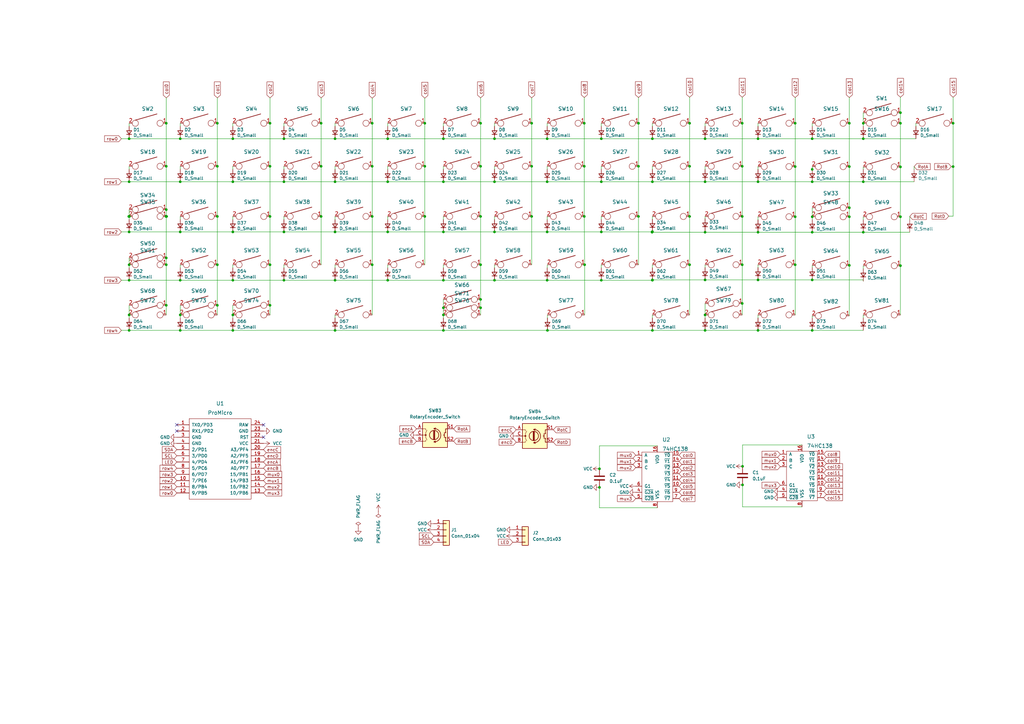
<source format=kicad_sch>
(kicad_sch (version 20211123) (generator eeschema)
  (paper "A3")
  (junction (at 246.634 114.935))
  (junction (at 181.864 129.159))
  (junction (at 110.744 88.773))
  (junction (at 369.316 68.453))
  (junction (at 333.121 74.549))
  (junction (at 304.546 198.882))
  (junction (at 333.121 135.509))
  (junction (at 289.179 95.25))
  (junction (at 174.244 50.546))
  (junction (at 197.104 122.809))
  (junction (at 181.864 114.935))
  (junction (at 261.874 50.546))
  (junction (at 152.654 50.546))
  (junction (at 326.136 50.546))
  (junction (at 310.896 114.808))
  (junction (at 224.409 56.896))
  (junction (at 89.154 68.199))
  (junction (at 95.504 135.509))
  (junction (at 282.829 108.585))
  (junction (at 304.419 68.199))
  (junction (at 310.896 135.509))
  (junction (at 326.136 68.326))
  (junction (at 116.459 95.123))
  (junction (at 326.136 108.585))
  (junction (at 239.649 68.199))
  (junction (at 354.076 56.896))
  (junction (at 261.874 68.199))
  (junction (at 131.699 50.546))
  (junction (at 326.136 88.9))
  (junction (at 354.076 74.549))
  (junction (at 52.959 129.159))
  (junction (at 181.864 135.509))
  (junction (at 52.959 74.549))
  (junction (at 68.199 125.222))
  (junction (at 390.906 50.546))
  (junction (at 68.199 88.773))
  (junction (at 202.819 74.549))
  (junction (at 73.914 74.549))
  (junction (at 348.361 85.217))
  (junction (at 137.414 135.509))
  (junction (at 289.179 114.808))
  (junction (at 110.744 50.546))
  (junction (at 202.819 95.123))
  (junction (at 246.634 56.896))
  (junction (at 267.462 95.25))
  (junction (at 68.199 108.585))
  (junction (at 267.589 56.896))
  (junction (at 52.959 95.123))
  (junction (at 152.654 68.199))
  (junction (at 52.959 135.509))
  (junction (at 52.959 114.935))
  (junction (at 267.589 135.509))
  (junction (at 95.504 56.896))
  (junction (at 304.419 50.546))
  (junction (at 110.744 68.199))
  (junction (at 369.316 88.9))
  (junction (at 152.654 88.773))
  (junction (at 68.199 85.979))
  (junction (at 289.179 129.159))
  (junction (at 267.589 94.996))
  (junction (at 89.154 88.773))
  (junction (at 95.504 129.159))
  (junction (at 310.896 56.896))
  (junction (at 197.104 68.199))
  (junction (at 282.829 50.546))
  (junction (at 68.199 68.199))
  (junction (at 245.872 199.898))
  (junction (at 137.414 74.549))
  (junction (at 289.179 135.509))
  (junction (at 52.832 88.773))
  (junction (at 68.199 105.791))
  (junction (at 390.906 68.326))
  (junction (at 73.914 129.159))
  (junction (at 239.776 108.585))
  (junction (at 289.179 74.549))
  (junction (at 267.589 114.935))
  (junction (at 348.361 88.9))
  (junction (at 197.104 108.585))
  (junction (at 348.361 68.326))
  (junction (at 181.864 74.549))
  (junction (at 354.076 50.546))
  (junction (at 159.004 74.549))
  (junction (at 310.896 74.549))
  (junction (at 73.914 95.123))
  (junction (at 348.361 50.546))
  (junction (at 52.959 108.585))
  (junction (at 304.419 108.585))
  (junction (at 137.414 114.935))
  (junction (at 267.589 114.808))
  (junction (at 246.634 74.549))
  (junction (at 53.086 88.773))
  (junction (at 174.244 88.773))
  (junction (at 116.459 114.935))
  (junction (at 282.829 88.773))
  (junction (at 333.121 88.9))
  (junction (at 110.744 125.222))
  (junction (at 261.874 88.773))
  (junction (at 131.699 68.199))
  (junction (at 304.419 88.773))
  (junction (at 181.864 126.238))
  (junction (at 197.104 88.773))
  (junction (at 73.914 135.509))
  (junction (at 152.654 108.585))
  (junction (at 95.504 95.123))
  (junction (at 159.004 56.896))
  (junction (at 131.699 88.773))
  (junction (at 218.059 50.546))
  (junction (at 197.104 126.238))
  (junction (at 73.914 56.896))
  (junction (at 245.872 192.278))
  (junction (at 333.121 69.469))
  (junction (at 224.536 135.509))
  (junction (at 246.634 95.123))
  (junction (at 89.154 50.546))
  (junction (at 202.819 56.896))
  (junction (at 267.462 95.123))
  (junction (at 68.326 88.773))
  (junction (at 224.409 74.549))
  (junction (at 174.244 68.199))
  (junction (at 224.409 95.123))
  (junction (at 137.414 95.123))
  (junction (at 68.199 50.546))
  (junction (at 110.744 108.585))
  (junction (at 202.819 114.935))
  (junction (at 218.059 88.773))
  (junction (at 197.104 50.546))
  (junction (at 95.504 74.549))
  (junction (at 137.414 56.896))
  (junction (at 224.409 114.935))
  (junction (at 52.959 88.773))
  (junction (at 369.316 46.228))
  (junction (at 304.546 191.262))
  (junction (at 333.121 95.25))
  (junction (at 348.361 108.839))
  (junction (at 73.914 114.935))
  (junction (at 354.076 95.25))
  (junction (at 267.589 74.549))
  (junction (at 95.504 114.935))
  (junction (at 181.864 95.123))
  (junction (at 89.154 108.585))
  (junction (at 282.829 68.199))
  (junction (at 116.459 74.549))
  (junction (at 116.459 56.896))
  (junction (at 159.004 95.123))
  (junction (at 304.419 124.46))
  (junction (at 218.059 68.199))
  (junction (at 68.072 88.773))
  (junction (at 239.649 50.546))
  (junction (at 289.179 56.896))
  (junction (at 310.896 95.25))
  (junction (at 181.864 56.896))
  (junction (at 369.316 108.966))
  (junction (at 333.121 114.808))
  (junction (at 239.649 88.773))
  (junction (at 333.121 56.896))
  (junction (at 369.316 50.546))
  (junction (at 89.154 125.222))
  (junction (at 52.959 56.896))
  (junction (at 159.004 114.935))
  (no_connect (at 108.077 179.324))
  (no_connect (at 72.517 174.244))
  (no_connect (at 108.077 174.244))
  (no_connect (at 72.517 176.784))
  (wire (pts (xy 68.199 85.979) (xy 68.199 88.773)))
  (wire (pts (xy 282.829 68.199) (xy 282.829 88.773)))
  (wire (pts (xy 239.776 108.585) (xy 239.776 129.159)))
  (wire (pts (xy 174.244 40.259) (xy 174.244 50.546)))
  (wire (pts (xy 267.589 50.546) (xy 267.589 51.816)))
  (wire (pts (xy 159.004 95.123) (xy 181.864 95.123)))
  (wire (pts (xy 68.199 88.773) (xy 68.326 88.773)))
  (wire (pts (xy 181.864 126.238) (xy 181.864 129.159)))
  (wire (pts (xy 116.459 68.199) (xy 116.459 69.469)))
  (wire (pts (xy 289.179 129.159) (xy 289.179 130.429)))
  (wire (pts (xy 181.864 50.546) (xy 181.864 51.816)))
  (wire (pts (xy 197.104 50.546) (xy 197.104 68.199)))
  (wire (pts (xy 159.004 88.773) (xy 159.004 90.043)))
  (wire (pts (xy 131.699 68.199) (xy 131.699 88.773)))
  (wire (pts (xy 333.121 56.896) (xy 354.076 56.896)))
  (wire (pts (xy 348.361 108.839) (xy 348.361 129.54)))
  (wire (pts (xy 197.104 68.199) (xy 197.104 88.773)))
  (wire (pts (xy 181.864 114.935) (xy 202.819 114.935)))
  (wire (pts (xy 137.414 74.549) (xy 159.004 74.549)))
  (wire (pts (xy 304.546 207.899) (xy 328.93 207.899)))
  (wire (pts (xy 89.154 125.222) (xy 89.154 129.159)))
  (wire (pts (xy 52.959 68.199) (xy 52.959 69.469)))
  (wire (pts (xy 373.126 88.773) (xy 373.126 90.17)))
  (wire (pts (xy 310.896 88.9) (xy 310.896 90.17)))
  (wire (pts (xy 333.121 88.9) (xy 333.121 90.17)))
  (wire (pts (xy 289.179 124.46) (xy 289.179 129.159)))
  (wire (pts (xy 137.414 56.896) (xy 159.004 56.896)))
  (wire (pts (xy 369.316 46.228) (xy 369.316 39.878)))
  (wire (pts (xy 131.699 50.546) (xy 131.699 68.199)))
  (wire (pts (xy 224.409 114.935) (xy 246.634 114.935)))
  (wire (pts (xy 348.361 88.9) (xy 348.361 108.839)))
  (wire (pts (xy 137.414 88.773) (xy 137.414 90.043)))
  (wire (pts (xy 202.819 74.549) (xy 224.409 74.549)))
  (wire (pts (xy 137.414 68.199) (xy 137.414 69.469)))
  (wire (pts (xy 326.136 50.546) (xy 326.136 68.326)))
  (wire (pts (xy 224.409 95.123) (xy 246.634 95.123)))
  (wire (pts (xy 202.819 88.773) (xy 202.819 90.043)))
  (wire (pts (xy 333.121 50.546) (xy 333.121 51.816)))
  (wire (pts (xy 181.864 88.773) (xy 181.864 90.043)))
  (wire (pts (xy 369.316 108.966) (xy 369.316 129.159)))
  (wire (pts (xy 261.874 68.199) (xy 261.874 88.773)))
  (wire (pts (xy 224.409 68.199) (xy 224.409 69.469)))
  (wire (pts (xy 49.784 95.123) (xy 52.959 95.123)))
  (wire (pts (xy 369.316 50.546) (xy 369.316 46.228)))
  (wire (pts (xy 246.634 50.546) (xy 246.634 51.816)))
  (wire (pts (xy 310.896 108.585) (xy 310.896 109.728)))
  (wire (pts (xy 310.896 68.326) (xy 310.896 69.469)))
  (wire (pts (xy 304.419 124.46) (xy 304.419 129.159)))
  (wire (pts (xy 95.504 125.222) (xy 95.504 129.159)))
  (wire (pts (xy 95.504 95.123) (xy 116.459 95.123)))
  (wire (pts (xy 261.874 88.773) (xy 261.874 108.585)))
  (wire (pts (xy 245.872 192.278) (xy 245.872 182.88)))
  (wire (pts (xy 289.179 95.25) (xy 267.462 95.25)))
  (wire (pts (xy 49.784 114.935) (xy 52.959 114.935)))
  (wire (pts (xy 52.832 88.773) (xy 52.959 88.773)))
  (wire (pts (xy 116.459 88.773) (xy 116.459 90.043)))
  (wire (pts (xy 110.744 108.585) (xy 110.744 125.222)))
  (wire (pts (xy 304.419 68.199) (xy 304.419 88.773)))
  (wire (pts (xy 282.829 88.773) (xy 282.829 108.585)))
  (wire (pts (xy 52.959 95.123) (xy 73.914 95.123)))
  (wire (pts (xy 267.589 88.773) (xy 267.589 89.916)))
  (wire (pts (xy 224.536 108.585) (xy 224.409 109.855)))
  (wire (pts (xy 73.914 108.585) (xy 73.914 109.855)))
  (wire (pts (xy 181.864 129.159) (xy 181.864 130.429)))
  (wire (pts (xy 52.959 135.509) (xy 73.914 135.509)))
  (wire (pts (xy 333.121 69.469) (xy 333.121 69.596)))
  (wire (pts (xy 110.744 50.546) (xy 110.744 40.132)))
  (wire (pts (xy 197.104 50.546) (xy 197.104 40.132)))
  (wire (pts (xy 369.316 50.546) (xy 369.316 68.453)))
  (wire (pts (xy 110.744 50.546) (xy 110.744 68.199)))
  (wire (pts (xy 304.546 182.499) (xy 304.546 191.262)))
  (wire (pts (xy 202.819 95.123) (xy 224.409 95.123)))
  (wire (pts (xy 239.649 50.546) (xy 239.649 68.199)))
  (wire (pts (xy 282.829 50.546) (xy 282.829 68.199)))
  (wire (pts (xy 116.459 114.935) (xy 137.414 114.935)))
  (wire (pts (xy 239.649 88.773) (xy 239.776 108.585)))
  (wire (pts (xy 95.504 129.159) (xy 95.504 130.429)))
  (wire (pts (xy 52.959 125.222) (xy 52.959 129.159)))
  (wire (pts (xy 369.316 88.9) (xy 369.316 108.966)))
  (wire (pts (xy 137.414 114.935) (xy 159.004 114.935)))
  (wire (pts (xy 245.872 199.898) (xy 245.872 208.28)))
  (wire (pts (xy 159.004 74.549) (xy 181.864 74.549)))
  (wire (pts (xy 304.419 39.878) (xy 304.419 50.546)))
  (wire (pts (xy 159.004 68.199) (xy 159.004 69.469)))
  (wire (pts (xy 375.666 50.546) (xy 375.666 51.816)))
  (wire (pts (xy 246.634 95.123) (xy 267.462 95.123)))
  (wire (pts (xy 326.136 88.9) (xy 326.136 108.585)))
  (wire (pts (xy 73.914 50.546) (xy 73.914 51.816)))
  (wire (pts (xy 159.004 56.896) (xy 181.864 56.896)))
  (wire (pts (xy 68.199 125.222) (xy 68.199 129.159)))
  (wire (pts (xy 369.316 68.453) (xy 369.316 88.9)))
  (wire (pts (xy 267.589 74.549) (xy 289.179 74.549)))
  (wire (pts (xy 116.459 95.123) (xy 137.414 95.123)))
  (wire (pts (xy 354.076 95.25) (xy 373.126 95.25)))
  (wire (pts (xy 354.076 56.896) (xy 375.666 56.896)))
  (wire (pts (xy 89.154 88.773) (xy 89.154 108.585)))
  (wire (pts (xy 348.361 85.217) (xy 348.361 88.9)))
  (wire (pts (xy 89.154 50.546) (xy 89.154 40.132)))
  (wire (pts (xy 310.896 135.509) (xy 333.121 135.509)))
  (wire (pts (xy 218.059 50.546) (xy 218.059 68.199)))
  (wire (pts (xy 333.121 95.25) (xy 310.896 95.25)))
  (wire (pts (xy 95.504 135.509) (xy 137.414 135.509)))
  (wire (pts (xy 333.121 68.326) (xy 333.121 69.469)))
  (wire (pts (xy 224.536 135.509) (xy 267.589 135.509)))
  (wire (pts (xy 310.896 56.896) (xy 333.121 56.896)))
  (wire (pts (xy 95.504 88.773) (xy 95.504 90.043)))
  (wire (pts (xy 267.589 56.896) (xy 289.179 56.896)))
  (wire (pts (xy 49.784 135.509) (xy 52.959 135.509)))
  (wire (pts (xy 52.959 105.791) (xy 52.959 108.585)))
  (wire (pts (xy 239.649 50.546) (xy 239.649 40.005)))
  (wire (pts (xy 52.959 74.549) (xy 73.914 74.549)))
  (wire (pts (xy 68.199 88.773) (xy 68.199 105.791)))
  (wire (pts (xy 333.121 74.549) (xy 354.076 74.549)))
  (wire (pts (xy 267.589 114.808) (xy 267.589 114.935)))
  (wire (pts (xy 348.361 68.326) (xy 348.361 85.217)))
  (wire (pts (xy 354.076 108.966) (xy 354.076 110.236)))
  (wire (pts (xy 310.896 95.25) (xy 289.179 95.25)))
  (wire (pts (xy 95.504 50.546) (xy 95.504 51.816)))
  (wire (pts (xy 131.699 40.132) (xy 131.699 50.546)))
  (wire (pts (xy 246.634 68.199) (xy 246.634 69.469)))
  (wire (pts (xy 267.462 95.25) (xy 267.462 95.123)))
  (wire (pts (xy 174.244 50.546) (xy 174.244 68.199)))
  (wire (pts (xy 310.896 50.546) (xy 310.896 51.816)))
  (wire (pts (xy 246.634 114.935) (xy 267.589 114.935)))
  (wire (pts (xy 110.744 88.773) (xy 110.744 108.585)))
  (wire (pts (xy 354.076 46.228) (xy 354.076 50.546)))
  (wire (pts (xy 289.179 114.808) (xy 267.589 114.808)))
  (wire (pts (xy 68.199 68.199) (xy 68.199 85.979)))
  (wire (pts (xy 326.136 50.546) (xy 326.136 40.005)))
  (wire (pts (xy 328.93 182.499) (xy 304.546 182.499)))
  (wire (pts (xy 245.872 208.28) (xy 269.621 208.28)))
  (wire (pts (xy 137.414 95.123) (xy 159.004 95.123)))
  (wire (pts (xy 202.819 114.935) (xy 224.409 114.935)))
  (wire (pts (xy 116.459 74.549) (xy 137.414 74.549)))
  (wire (pts (xy 333.121 114.808) (xy 354.076 114.808)))
  (wire (pts (xy 181.864 95.123) (xy 202.819 95.123)))
  (wire (pts (xy 246.634 56.896) (xy 267.589 56.896)))
  (wire (pts (xy 304.419 50.546) (xy 304.419 68.199)))
  (wire (pts (xy 52.959 50.546) (xy 52.959 51.816)))
  (wire (pts (xy 218.059 68.199) (xy 218.059 88.773)))
  (wire (pts (xy 49.784 74.549) (xy 52.959 74.549)))
  (wire (pts (xy 224.409 88.773) (xy 224.409 90.043)))
  (wire (pts (xy 131.699 88.773) (xy 131.699 108.585)))
  (wire (pts (xy 73.914 88.773) (xy 73.914 90.043)))
  (wire (pts (xy 137.414 108.585) (xy 137.414 109.855)))
  (wire (pts (xy 267.589 68.199) (xy 267.589 69.469)))
  (wire (pts (xy 89.154 108.585) (xy 89.154 125.222)))
  (wire (pts (xy 202.819 56.896) (xy 224.409 56.896)))
  (wire (pts (xy 197.104 126.238) (xy 197.104 129.159)))
  (wire (pts (xy 137.414 129.159) (xy 137.414 130.429)))
  (wire (pts (xy 110.744 125.222) (xy 110.744 129.159)))
  (wire (pts (xy 95.504 114.935) (xy 116.459 114.935)))
  (wire (pts (xy 261.874 40.005) (xy 261.874 50.546)))
  (wire (pts (xy 218.059 88.773) (xy 218.059 108.585)))
  (wire (pts (xy 326.136 68.326) (xy 326.136 88.9)))
  (wire (pts (xy 354.076 129.159) (xy 354.076 130.429)))
  (wire (pts (xy 354.076 68.453) (xy 354.076 69.469)))
  (wire (pts (xy 152.654 88.773) (xy 152.654 108.585)))
  (wire (pts (xy 267.589 108.585) (xy 267.589 109.855)))
  (wire (pts (xy 152.654 108.585) (xy 152.654 129.159)))
  (wire (pts (xy 224.409 74.549) (xy 246.634 74.549)))
  (wire (pts (xy 197.104 122.809) (xy 197.104 126.238)))
  (wire (pts (xy 181.864 74.549) (xy 202.819 74.549)))
  (wire (pts (xy 354.076 114.808) (xy 354.076 115.316)))
  (wire (pts (xy 116.459 56.896) (xy 137.414 56.896)))
  (wire (pts (xy 68.199 105.791) (xy 68.199 108.585)))
  (wire (pts (xy 95.504 68.199) (xy 95.504 69.469)))
  (wire (pts (xy 289.179 50.546) (xy 289.179 51.816)))
  (wire (pts (xy 354.076 74.549) (xy 374.904 74.549)))
  (wire (pts (xy 289.179 135.509) (xy 310.896 135.509)))
  (wire (pts (xy 197.104 88.773) (xy 197.104 108.585)))
  (wire (pts (xy 137.414 135.509) (xy 181.864 135.509)))
  (wire (pts (xy 239.649 68.199) (xy 239.649 88.773)))
  (wire (pts (xy 289.179 88.773) (xy 289.179 89.662)))
  (wire (pts (xy 348.361 40.005) (xy 348.361 50.546)))
  (wire (pts (xy 289.179 94.742) (xy 289.179 95.25)))
  (wire (pts (xy 267.462 95.123) (xy 267.589 95.123)))
  (wire (pts (xy 137.414 50.546) (xy 137.414 51.816)))
  (wire (pts (xy 159.004 114.935) (xy 181.864 114.935)))
  (wire (pts (xy 116.459 108.585) (xy 116.459 109.855)))
  (wire (pts (xy 333.121 129.54) (xy 333.121 130.429)))
  (wire (pts (xy 68.199 108.585) (xy 68.199 125.222)))
  (wire (pts (xy 181.864 122.809) (xy 181.864 126.238)))
  (wire (pts (xy 390.906 50.546) (xy 390.906 68.326)))
  (wire (pts (xy 354.076 95.25) (xy 333.121 95.25)))
  (wire (pts (xy 73.914 95.123) (xy 95.504 95.123)))
  (wire (pts (xy 326.136 108.585) (xy 326.136 129.159)))
  (wire (pts (xy 181.864 68.199) (xy 181.864 69.469)))
  (wire (pts (xy 68.072 88.773) (xy 68.199 88.773)))
  (wire (pts (xy 390.906 39.878) (xy 390.906 50.546)))
  (wire (pts (xy 289.179 74.549) (xy 310.896 74.549)))
  (wire (pts (xy 390.144 68.326) (xy 390.906 68.326)))
  (wire (pts (xy 73.914 125.222) (xy 73.914 129.159)))
  (wire (pts (xy 52.959 56.896) (xy 73.914 56.896)))
  (wire (pts (xy 390.906 68.326) (xy 390.906 88.646)))
  (wire (pts (xy 52.959 88.773) (xy 53.086 88.773)))
  (wire (pts (xy 95.504 108.585) (xy 95.504 109.855)))
  (wire (pts (xy 261.874 50.546) (xy 261.874 68.199)))
  (wire (pts (xy 289.179 108.585) (xy 289.179 109.728)))
  (wire (pts (xy 333.121 108.839) (xy 333.121 109.728)))
  (wire (pts (xy 202.819 68.199) (xy 202.819 69.469)))
  (wire (pts (xy 52.959 114.935) (xy 73.914 114.935)))
  (wire (pts (xy 245.872 182.88) (xy 269.621 182.88)))
  (wire (pts (xy 289.179 68.199) (xy 289.179 69.469)))
  (wire (pts (xy 52.959 108.585) (xy 52.959 109.855)))
  (wire (pts (xy 304.419 108.585) (xy 304.419 124.46)))
  (wire (pts (xy 246.634 88.773) (xy 246.634 90.043)))
  (wire (pts (xy 181.864 56.896) (xy 202.819 56.896)))
  (wire (pts (xy 95.504 74.549) (xy 116.459 74.549)))
  (wire (pts (xy 333.121 135.509) (xy 354.076 135.509)))
  (wire (pts (xy 224.536 129.159) (xy 224.536 130.429)))
  (wire (pts (xy 224.409 50.546) (xy 224.409 51.816)))
  (wire (pts (xy 310.896 114.808) (xy 289.179 114.808)))
  (wire (pts (xy 202.819 50.546) (xy 202.819 51.816)))
  (wire (pts (xy 354.076 88.9) (xy 354.076 90.17)))
  (wire (pts (xy 197.104 108.585) (xy 197.104 122.809)))
  (wire (pts (xy 333.121 114.808) (xy 310.896 114.808)))
  (wire (pts (xy 310.896 74.549) (xy 333.121 74.549)))
  (wire (pts (xy 152.654 50.546) (xy 152.654 68.199)))
  (wire (pts (xy 246.634 74.549) (xy 267.589 74.549)))
  (wire (pts (xy 282.829 50.546) (xy 282.829 39.878)))
  (wire (pts (xy 73.914 129.159) (xy 73.914 130.429)))
  (wire (pts (xy 116.459 50.546) (xy 116.459 51.816)))
  (wire (pts (xy 68.199 50.546) (xy 68.199 68.199)))
  (wire (pts (xy 374.904 68.326) (xy 374.904 69.469)))
  (wire (pts (xy 159.004 50.546) (xy 159.004 51.816)))
  (wire (pts (xy 267.589 135.509) (xy 289.179 135.509)))
  (wire (pts (xy 348.361 50.546) (xy 348.361 68.326)))
  (wire (pts (xy 68.199 40.132) (xy 68.199 50.546)))
  (wire (pts (xy 89.154 68.199) (xy 89.154 88.773)))
  (wire (pts (xy 304.546 198.882) (xy 304.546 207.899)))
  (wire (pts (xy 333.121 85.217) (xy 333.121 88.9)))
  (wire (pts (xy 73.914 56.896) (xy 95.504 56.896)))
  (wire (pts (xy 152.654 50.546) (xy 152.654 40.259)))
  (wire (pts (xy 174.244 68.199) (xy 174.244 88.773)))
  (wire (pts (xy 218.059 40.132) (xy 218.059 50.546)))
  (wire (pts (xy 246.634 108.585) (xy 246.634 109.855)))
  (wire (pts (xy 73.914 135.509) (xy 95.504 135.509)))
  (wire (pts (xy 181.864 108.585) (xy 181.864 109.855)))
  (wire (pts (xy 49.784 56.896) (xy 52.959 56.896)))
  (wire (pts (xy 73.914 68.199) (xy 73.914 69.469)))
  (wire (pts (xy 52.959 85.979) (xy 52.959 88.773)))
  (wire (pts (xy 267.589 129.159) (xy 267.589 130.429)))
  (wire (pts (xy 73.914 74.549) (xy 95.504 74.549)))
  (wire (pts (xy 389.128 88.646) (xy 390.906 88.646)))
  (wire (pts (xy 89.154 50.546) (xy 89.154 68.199)))
  (wire (pts (xy 174.244 88.773) (xy 174.244 108.585)))
  (wire (pts (xy 267.589 94.996) (xy 267.589 95.123)))
  (wire (pts (xy 310.896 129.159) (xy 310.896 130.429)))
  (wire (pts (xy 159.004 108.585) (xy 159.004 109.855)))
  (wire (pts (xy 354.076 50.546) (xy 354.076 51.816)))
  (wire (pts (xy 152.654 68.199) (xy 152.654 88.773)))
  (wire (pts (xy 52.959 129.159) (xy 52.959 130.429)))
  (wire (pts (xy 110.744 68.199) (xy 110.744 88.773)))
  (wire (pts (xy 73.914 114.935) (xy 95.504 114.935)))
  (wire (pts (xy 52.959 88.773) (xy 52.959 90.043)))
  (wire (pts (xy 304.419 88.773) (xy 304.419 108.585)))
  (wire (pts (xy 282.829 108.585) (xy 282.829 129.159)))
  (wire (pts (xy 202.819 108.585) (xy 202.819 109.855)))
  (wire (pts (xy 95.504 56.896) (xy 116.459 56.896)))
  (wire (pts (xy 289.179 56.896) (xy 310.896 56.896)))
  (wire (pts (xy 181.864 135.509) (xy 224.536 135.509)))
  (wire (pts (xy 224.409 56.896) (xy 246.634 56.896)))
  (global_label "col6" (shape input) (at 197.104 40.132 90) (property "Intersheet References" "${INTERSHEET_REFS}" (effects hide)))
  (global_label "RotA" (shape input) (at 186.055 175.895 0) (property "Intersheet References" "${INTERSHEET_REFS}" (effects hide)))
  (global_label "LED" (shape input) (at 72.517 189.484 180) (property "Intersheet References" "${INTERSHEET_REFS}" (effects hide)))
  (global_label "RotC" (shape input) (at 226.949 176.276 0) (property "Intersheet References" "${INTERSHEET_REFS}" (effects hide)))
  (global_label "col13" (shape input) (at 348.361 40.005 90) (property "Intersheet References" "${INTERSHEET_REFS}" (effects hide)))
  (global_label "col12" (shape input) (at 337.82 196.469 0) (property "Intersheet References" "${INTERSHEET_REFS}" (effects hide)))
  (global_label "SCL" (shape input) (at 177.927 219.837 180) (property "Intersheet References" "${INTERSHEET_REFS}" (effects hide)))
  (global_label "col9" (shape input) (at 337.82 188.849 0) (property "Intersheet References" "${INTERSHEET_REFS}" (effects hide)))
  (global_label "mux2" (shape input) (at 108.077 199.644 0) (property "Intersheet References" "${INTERSHEET_REFS}" (effects hide)))
  (global_label "col8" (shape input) (at 239.649 40.005 90) (property "Intersheet References" "${INTERSHEET_REFS}" (effects hide)))
  (global_label "mux1" (shape input) (at 320.04 188.849 180) (property "Intersheet References" "${INTERSHEET_REFS}" (effects hide)))
  (global_label "encA" (shape input) (at 170.815 175.895 180) (property "Intersheet References" "${INTERSHEET_REFS}" (effects hide)))
  (global_label "mux1" (shape input) (at 108.077 197.104 0) (property "Intersheet References" "${INTERSHEET_REFS}" (effects hide)))
  (global_label "RotC" (shape input) (at 373.126 88.773 0) (property "Intersheet References" "${INTERSHEET_REFS}" (effects hide)))
  (global_label "mux3" (shape input) (at 108.077 202.184 0) (property "Intersheet References" "${INTERSHEET_REFS}" (effects hide)))
  (global_label "col10" (shape input) (at 282.829 39.878 90) (property "Intersheet References" "${INTERSHEET_REFS}" (effects hide)))
  (global_label "col2" (shape input) (at 278.511 191.77 0) (property "Intersheet References" "${INTERSHEET_REFS}" (effects hide)))
  (global_label "RotB" (shape input) (at 186.055 180.975 0) (property "Intersheet References" "${INTERSHEET_REFS}" (effects hide)))
  (global_label "RotD" (shape input) (at 226.949 181.356 0) (property "Intersheet References" "${INTERSHEET_REFS}" (effects hide)))
  (global_label "encD" (shape input) (at 108.077 186.944 0) (property "Intersheet References" "${INTERSHEET_REFS}" (effects hide)))
  (global_label "mux2" (shape input) (at 320.04 191.389 180) (property "Intersheet References" "${INTERSHEET_REFS}" (effects hide)))
  (global_label "col4" (shape input) (at 278.511 196.85 0) (property "Intersheet References" "${INTERSHEET_REFS}" (effects hide)))
  (global_label "col5" (shape input) (at 174.244 40.259 90) (property "Intersheet References" "${INTERSHEET_REFS}" (effects hide)))
  (global_label "col13" (shape input) (at 337.82 199.009 0) (property "Intersheet References" "${INTERSHEET_REFS}" (effects hide)))
  (global_label "row2" (shape input) (at 49.784 95.123 180) (property "Intersheet References" "${INTERSHEET_REFS}" (effects hide)))
  (global_label "mux3" (shape input) (at 320.04 199.009 180) (property "Intersheet References" "${INTERSHEET_REFS}" (effects hide)))
  (global_label "col12" (shape input) (at 326.136 40.005 90) (property "Intersheet References" "${INTERSHEET_REFS}" (effects hide)))
  (global_label "mux3" (shape input) (at 260.731 204.47 180) (property "Intersheet References" "${INTERSHEET_REFS}" (effects hide)))
  (global_label "encB" (shape input) (at 170.815 180.975 180) (property "Intersheet References" "${INTERSHEET_REFS}" (effects hide)))
  (global_label "SCL" (shape input) (at 72.517 186.944 180) (property "Intersheet References" "${INTERSHEET_REFS}" (effects hide)))
  (global_label "col3" (shape input) (at 131.699 40.132 90) (property "Intersheet References" "${INTERSHEET_REFS}" (effects hide)))
  (global_label "col4" (shape input) (at 152.654 40.259 90) (property "Intersheet References" "${INTERSHEET_REFS}" (effects hide)))
  (global_label "encC" (shape input) (at 108.077 184.404 0) (property "Intersheet References" "${INTERSHEET_REFS}" (effects hide)))
  (global_label "col1" (shape input) (at 89.154 40.132 90) (property "Intersheet References" "${INTERSHEET_REFS}" (effects hide)))
  (global_label "mux0" (shape input) (at 260.731 186.69 180) (property "Intersheet References" "${INTERSHEET_REFS}" (effects hide)))
  (global_label "encD" (shape input) (at 211.709 181.356 180) (property "Intersheet References" "${INTERSHEET_REFS}" (effects hide)))
  (global_label "row1" (shape input) (at 49.784 74.549 180) (property "Intersheet References" "${INTERSHEET_REFS}" (effects hide)))
  (global_label "col7" (shape input) (at 218.059 40.132 90) (property "Intersheet References" "${INTERSHEET_REFS}" (effects hide)))
  (global_label "row4" (shape input) (at 49.784 135.509 180) (property "Intersheet References" "${INTERSHEET_REFS}" (effects hide)))
  (global_label "row1" (shape input) (at 72.517 199.644 180) (property "Intersheet References" "${INTERSHEET_REFS}" (effects hide)))
  (global_label "LED" (shape input) (at 210.312 222.377 180) (property "Intersheet References" "${INTERSHEET_REFS}" (effects hide)))
  (global_label "encA" (shape input) (at 108.077 189.484 0) (property "Intersheet References" "${INTERSHEET_REFS}" (effects hide)))
  (global_label "col11" (shape input) (at 304.419 39.878 90) (property "Intersheet References" "${INTERSHEET_REFS}" (effects hide)))
  (global_label "col9" (shape input) (at 261.874 40.005 90) (property "Intersheet References" "${INTERSHEET_REFS}" (effects hide)))
  (global_label "col2" (shape input) (at 110.744 40.132 90) (property "Intersheet References" "${INTERSHEET_REFS}" (effects hide)))
  (global_label "row2" (shape input) (at 72.517 197.104 180) (property "Intersheet References" "${INTERSHEET_REFS}" (effects hide)))
  (global_label "row3" (shape input) (at 72.517 194.564 180) (property "Intersheet References" "${INTERSHEET_REFS}" (effects hide)))
  (global_label "col14" (shape input) (at 369.316 39.878 90) (property "Intersheet References" "${INTERSHEET_REFS}" (effects hide)))
  (global_label "SDA" (shape input) (at 177.927 222.377 180) (property "Intersheet References" "${INTERSHEET_REFS}" (effects hide)))
  (global_label "col5" (shape input) (at 278.511 199.39 0) (property "Intersheet References" "${INTERSHEET_REFS}" (effects hide)))
  (global_label "col15" (shape input) (at 390.906 39.878 90) (property "Intersheet References" "${INTERSHEET_REFS}" (effects hide)))
  (global_label "col15" (shape input) (at 337.82 204.089 0) (property "Intersheet References" "${INTERSHEET_REFS}" (effects hide)))
  (global_label "col0" (shape input) (at 68.199 40.132 90) (property "Intersheet References" "${INTERSHEET_REFS}" (effects hide)))
  (global_label "encB" (shape input) (at 108.077 192.024 0) (property "Intersheet References" "${INTERSHEET_REFS}" (effects hide)))
  (global_label "mux1" (shape input) (at 260.731 189.23 180) (property "Intersheet References" "${INTERSHEET_REFS}" (effects hide)))
  (global_label "col3" (shape input) (at 278.511 194.31 0) (property "Intersheet References" "${INTERSHEET_REFS}" (effects hide)))
  (global_label "RotD" (shape input) (at 389.128 88.646 180) (property "Intersheet References" "${INTERSHEET_REFS}" (effects hide)))
  (global_label "row3" (shape input) (at 49.784 114.935 180) (property "Intersheet References" "${INTERSHEET_REFS}" (effects hide)))
  (global_label "row0" (shape input) (at 72.517 202.184 180) (property "Intersheet References" "${INTERSHEET_REFS}" (effects hide)))
  (global_label "col7" (shape input) (at 278.511 204.47 0) (property "Intersheet References" "${INTERSHEET_REFS}" (effects hide)))
  (global_label "col11" (shape input) (at 337.82 193.929 0) (property "Intersheet References" "${INTERSHEET_REFS}" (effects hide)))
  (global_label "encC" (shape input) (at 211.709 176.276 180) (property "Intersheet References" "${INTERSHEET_REFS}" (effects hide)))
  (global_label "col8" (shape input) (at 337.82 186.309 0) (property "Intersheet References" "${INTERSHEET_REFS}" (effects hide)))
  (global_label "mux0" (shape input) (at 320.04 186.309 180) (property "Intersheet References" "${INTERSHEET_REFS}" (effects hide)))
  (global_label "RotA" (shape input) (at 374.904 68.326 0) (property "Intersheet References" "${INTERSHEET_REFS}" (effects hide)))
  (global_label "SDA" (shape input) (at 72.517 184.404 180) (property "Intersheet References" "${INTERSHEET_REFS}" (effects hide)))
  (global_label "row0" (shape input) (at 49.784 56.896 180) (property "Intersheet References" "${INTERSHEET_REFS}" (effects hide)))
  (global_label "col0" (shape input) (at 278.511 186.69 0) (property "Intersheet References" "${INTERSHEET_REFS}" (effects hide)))
  (global_label "RotB" (shape input) (at 390.144 68.326 180) (property "Intersheet References" "${INTERSHEET_REFS}" (effects hide)))
  (global_label "mux2" (shape input) (at 260.731 191.77 180) (property "Intersheet References" "${INTERSHEET_REFS}" (effects hide)))
  (global_label "col14" (shape input) (at 337.82 201.549 0) (property "Intersheet References" "${INTERSHEET_REFS}" (effects hide)))
  (global_label "col10" (shape input) (at 337.82 191.389 0) (property "Intersheet References" "${INTERSHEET_REFS}" (effects hide)))
  (global_label "mux0" (shape input) (at 108.077 194.564 0) (property "Intersheet References" "${INTERSHEET_REFS}" (effects hide)))
  (global_label "row4" (shape input) (at 72.517 192.024 180) (property "Intersheet References" "${INTERSHEET_REFS}" (effects hide)))
  (global_label "col6" (shape input) (at 278.511 201.93 0) (property "Intersheet References" "${INTERSHEET_REFS}" (effects hide)))
  (global_label "col1" (shape input) (at 278.511 189.23 0) (property "Intersheet References" "${INTERSHEET_REFS}" (effects hide)))
  (symbol (lib_id "keyboard_parts:KEYSW") (at 232.029 88.773 0) (unit 1)
    (property "Reference" "SW43" (at 232.029 82.8548 0) (effects (font (size 1.524 1.524))))
    (property "Value" "KEYSW" (effects hide))
    (property "Footprint" "Button_Switch_Keyboard:SW_Cherry_MX_1.00u_PCB" (effects hide))
  )
  (symbol (lib_id "keyboard_parts:KEYSW") (at 275.209 88.773 0) (unit 1)
    (property "Reference" "SW45" (at 275.209 82.8548 0) (effects (font (size 1.524 1.524))))
    (property "Value" "KEYSW" (effects hide))
    (property "Footprint" "Button_Switch_Keyboard:SW_Cherry_MX_1.00u_PCB" (effects hide))
  )
  (symbol (lib_id "Device:D_Small") (at 116.459 54.356 90) (unit 1)
    (property "Reference" "D4" (at 118.1862 53.1876 90) (effects (justify right)))
    (property "Value" "D_Small" (at 118.1862 55.499 90) (effects (justify right)))
    (property "Footprint" "Diode_THT:D_DO-34_SOD68_P7.62mm_Horizontal" (effects hide))
  )
  (symbol (lib_id "keyboard_parts:KEYSW") (at 318.516 108.585 0) (unit 1)
    (property "Reference" "SW63" (at 318.516 102.6668 0) (effects (font (size 1.524 1.524))))
    (property "Value" "KEYSW" (effects hide))
    (property "Footprint" "Button_Switch_Keyboard:SW_Cherry_MX_1.75u_PCB" (effects hide))
  )
  (symbol (lib_id "power:VCC") (at 210.312 219.837 90) (unit 1)
    (property "Reference" "#PWR020" (effects hide))
    (property "Value" "VCC" (at 203.708 219.837 90) (effects (justify right)))
  )
  (symbol (lib_id "Device:D_Small") (at 95.504 112.395 90) (unit 1)
    (property "Reference" "D54" (at 97.2312 111.2266 90) (effects (justify right)))
    (property "Value" "D_Small" (at 97.2312 113.538 90) (effects (justify right)))
    (property "Footprint" "Diode_THT:D_DO-34_SOD68_P7.62mm_Horizontal" (effects hide))
  )
  (symbol (lib_id "keyboard_parts:KEYSW") (at 60.579 50.546 0) (unit 1)
    (property "Reference" "SW2" (at 60.579 44.6278 0) (effects (font (size 1.524 1.524))))
    (property "Value" "KEYSW" (effects hide))
    (property "Footprint" "Button_Switch_Keyboard:SW_Cherry_MX_1.00u_PCB" (effects hide))
  )
  (symbol (lib_id "keyboard_parts:KEYSW") (at 275.209 50.546 0) (unit 1)
    (property "Reference" "SW12" (at 275.209 44.6278 0) (effects (font (size 1.524 1.524))))
    (property "Value" "KEYSW" (effects hide))
    (property "Footprint" "Button_Switch_Keyboard:SW_Cherry_MX_1.00u_PCB" (effects hide))
  )
  (symbol (lib_id "Device:D_Small") (at 181.864 72.009 90) (unit 1)
    (property "Reference" "D23" (at 183.5912 70.8406 90) (effects (justify right)))
    (property "Value" "D_Small" (at 183.5912 73.152 90) (effects (justify right)))
    (property "Footprint" "Diode_THT:D_DO-34_SOD68_P7.62mm_Horizontal" (effects hide))
  )
  (symbol (lib_id "keyboard_parts:KEYSW") (at 60.579 68.199 0) (unit 1)
    (property "Reference" "SW18" (at 60.579 62.2808 0) (effects (font (size 1.524 1.524))))
    (property "Value" "KEYSW" (effects hide))
    (property "Footprint" "Button_Switch_Keyboard:SW_Cherry_MX_1.50u_Plate" (effects hide))
  )
  (symbol (lib_id "Device:D_Small") (at 116.459 92.583 90) (unit 1)
    (property "Reference" "D38" (at 118.1862 91.4146 90) (effects (justify right)))
    (property "Value" "D_Small" (at 118.1862 93.726 90) (effects (justify right)))
    (property "Footprint" "Diode_THT:D_DO-34_SOD68_P7.62mm_Horizontal" (effects hide))
  )
  (symbol (lib_id "Device:D_Small") (at 73.914 92.583 90) (unit 1)
    (property "Reference" "D36" (at 75.6412 91.4146 90) (effects (justify right)))
    (property "Value" "D_Small" (at 75.6412 93.726 90) (effects (justify right)))
    (property "Footprint" "Diode_THT:D_DO-34_SOD68_P7.62mm_Horizontal" (effects hide))
  )
  (symbol (lib_id "Device:D_Small") (at 246.634 92.583 90) (unit 1)
    (property "Reference" "D44" (at 248.3612 91.4146 90) (effects (justify right)))
    (property "Value" "D_Small" (at 248.3612 93.726 90) (effects (justify right)))
    (property "Footprint" "Diode_THT:D_DO-34_SOD68_P7.62mm_Horizontal" (effects hide))
  )
  (symbol (lib_id "keyboard_parts:KEYSW") (at 254.254 88.773 0) (unit 1)
    (property "Reference" "SW44" (at 254.254 82.8548 0) (effects (font (size 1.524 1.524))))
    (property "Value" "KEYSW" (effects hide))
    (property "Footprint" "Button_Switch_Keyboard:SW_Cherry_MX_1.00u_PCB" (effects hide))
  )
  (symbol (lib_id "Device:C") (at 245.872 196.088 0) (unit 1)
    (property "Reference" "C2" (at 249.936 194.8179 0) (effects (justify left)))
    (property "Value" "0.1uF" (at 249.936 197.3579 0) (effects (justify left)))
    (property "Footprint" "Capacitor_THT:C_Disc_D4.7mm_W2.5mm_P5.00mm" (effects hide))
  )
  (symbol (lib_id "Device:D_Small") (at 310.896 54.356 90) (unit 1)
    (property "Reference" "D13" (at 312.6232 53.1876 90) (effects (justify right)))
    (property "Value" "D_Small" (at 312.6232 55.499 90) (effects (justify right)))
    (property "Footprint" "Diode_THT:D_DO-34_SOD68_P7.62mm_Horizontal" (effects hide))
  )
  (symbol (lib_id "keyboard_parts:KEYSW") (at 60.579 108.585 0) (unit 1)
    (property "Reference" "SW51" (at 60.579 102.6668 0) (effects (font (size 1.524 1.524))))
    (property "Value" "KEYSW" (effects hide))
    (property "Footprint" "Button_Switch_Keyboard:SW_Cherry_MX_1.25u_PCB" (effects hide))
  )
  (symbol (lib_id "keyboard_parts:KEYSW") (at 275.209 68.199 0) (unit 1)
    (property "Reference" "SW28" (at 275.209 62.2808 0) (effects (font (size 1.524 1.524))))
    (property "Value" "KEYSW" (effects hide))
    (property "Footprint" "Button_Switch_Keyboard:SW_Cherry_MX_1.00u_PCB" (effects hide))
  )
  (symbol (lib_id "Device:D_Small") (at 224.409 112.395 90) (unit 1)
    (property "Reference" "D60" (at 226.1362 111.2266 90) (effects (justify right)))
    (property "Value" "D_Small" (at 226.1362 113.538 90) (effects (justify right)))
    (property "Footprint" "Diode_THT:D_DO-34_SOD68_P7.62mm_Horizontal" (effects hide))
  )
  (symbol (lib_id "Device:D_Small") (at 52.959 92.583 90) (unit 1)
    (property "Reference" "D35" (at 54.6862 91.4146 90) (effects (justify right)))
    (property "Value" "D_Small" (at 54.6862 93.726 90) (effects (justify right)))
    (property "Footprint" "Diode_THT:D_DO-34_SOD68_P7.62mm_Horizontal" (effects hide))
  )
  (symbol (lib_id "keyboard_parts:KEYSW") (at 232.029 68.199 0) (unit 1)
    (property "Reference" "SW26" (at 232.029 62.2808 0) (effects (font (size 1.524 1.524))))
    (property "Value" "KEYSW" (effects hide))
    (property "Footprint" "Button_Switch_Keyboard:SW_Cherry_MX_1.00u_PCB" (effects hide))
  )
  (symbol (lib_id "Device:D_Small") (at 159.004 112.395 90) (unit 1)
    (property "Reference" "D57" (at 160.7312 111.2266 90) (effects (justify right)))
    (property "Value" "D_Small" (at 160.7312 113.538 90) (effects (justify right)))
    (property "Footprint" "Diode_THT:D_DO-34_SOD68_P7.62mm_Horizontal" (effects hide))
  )
  (symbol (lib_id "keyboard_parts:KEYSW") (at 81.534 50.546 0) (unit 1)
    (property "Reference" "SW3" (at 81.534 44.6278 0) (effects (font (size 1.524 1.524))))
    (property "Value" "KEYSW" (effects hide))
    (property "Footprint" "Button_Switch_Keyboard:SW_Cherry_MX_1.00u_PCB" (effects hide))
  )
  (symbol (lib_id "Device:D_Small") (at 289.179 54.356 90) (unit 1)
    (property "Reference" "D12" (at 290.9062 53.1876 90) (effects (justify right)))
    (property "Value" "D_Small" (at 290.9062 55.499 90) (effects (justify right)))
    (property "Footprint" "Diode_THT:D_DO-34_SOD68_P7.62mm_Horizontal" (effects hide))
  )
  (symbol (lib_id "keyboard_parts:KEYSW") (at 124.079 88.773 0) (unit 1)
    (property "Reference" "SW38" (at 124.079 82.8548 0) (effects (font (size 1.524 1.524))))
    (property "Value" "KEYSW" (effects hide))
    (property "Footprint" "Button_Switch_Keyboard:SW_Cherry_MX_1.00u_PCB" (effects hide))
  )
  (symbol (lib_id "keyboard_parts:KEYSW") (at 254.254 108.585 0) (unit 1)
    (property "Reference" "SW60" (at 254.254 102.6668 0) (effects (font (size 1.524 1.524))))
    (property "Value" "KEYSW" (effects hide))
    (property "Footprint" "Button_Switch_Keyboard:SW_Cherry_MX_1.00u_PCB" (effects hide))
  )
  (symbol (lib_id "keyboard_parts:KEYSW") (at 361.696 88.9 0) (unit 1)
    (property "Reference" "SW49" (at 361.696 82.9818 0) (effects (font (size 1.524 1.524))))
    (property "Value" "KEYSW" (effects hide))
    (property "Footprint" "Button_Switch_Keyboard:SW_Cherry_MX_1.00u_PCB" (effects hide))
  )
  (symbol (lib_id "Device:D_Small") (at 333.121 72.009 90) (unit 1)
    (property "Reference" "D30" (at 334.8482 70.8406 90) (effects (justify right)))
    (property "Value" "D_Small" (at 334.8482 73.152 90) (effects (justify right)))
    (property "Footprint" "Diode_THT:D_DO-34_SOD68_P7.62mm_Horizontal" (effects hide))
  )
  (symbol (lib_id "keyboard_parts:KEYSW") (at 103.124 68.199 0) (unit 1)
    (property "Reference" "SW20" (at 103.124 62.2808 0) (effects (font (size 1.524 1.524))))
    (property "Value" "KEYSW" (effects hide))
    (property "Footprint" "Button_Switch_Keyboard:SW_Cherry_MX_1.00u_PCB" (effects hide))
  )
  (symbol (lib_id "Device:D_Small") (at 137.414 112.395 90) (unit 1)
    (property "Reference" "D56" (at 139.1412 111.2266 90) (effects (justify right)))
    (property "Value" "D_Small" (at 139.1412 113.538 90) (effects (justify right)))
    (property "Footprint" "Diode_THT:D_DO-34_SOD68_P7.62mm_Horizontal" (effects hide))
  )
  (symbol (lib_id "Device:D_Small") (at 224.409 54.356 90) (unit 1)
    (property "Reference" "D9" (at 226.1362 53.1876 90) (effects (justify right)))
    (property "Value" "D_Small" (at 226.1362 55.499 90) (effects (justify right)))
    (property "Footprint" "Diode_THT:D_DO-34_SOD68_P7.62mm_Horizontal" (effects hide))
  )
  (symbol (lib_id "power:VCC") (at 245.872 192.278 90) (unit 1)
    (property "Reference" "#PWR08" (effects hide))
    (property "Value" "VCC" (at 239.268 192.278 90) (effects (justify right)))
  )
  (symbol (lib_id "Device:D_Small") (at 267.589 112.395 90) (unit 1)
    (property "Reference" "D62" (at 269.3162 111.2266 90) (effects (justify right)))
    (property "Value" "D_Small" (at 269.3162 113.538 90) (effects (justify right)))
    (property "Footprint" "Diode_THT:D_DO-34_SOD68_P7.62mm_Horizontal" (effects hide))
  )
  (symbol (lib_id "Device:D_Small") (at 375.666 54.356 90) (unit 1)
    (property "Reference" "D16" (at 377.3932 53.1876 90) (effects (justify right)))
    (property "Value" "D_Small" (at 377.3932 55.499 90) (effects (justify right)))
    (property "Footprint" "Diode_THT:D_DO-34_SOD68_P7.62mm_Horizontal" (effects hide))
  )
  (symbol (lib_id "keyboard_parts:KEYSW") (at 210.439 88.773 0) (unit 1)
    (property "Reference" "SW42" (at 210.439 82.8548 0) (effects (font (size 1.524 1.524))))
    (property "Value" "KEYSW" (effects hide))
    (property "Footprint" "Button_Switch_Keyboard:SW_Cherry_MX_1.00u_PCB" (effects hide))
  )
  (symbol (lib_id "power:VCC") (at 260.731 199.39 90) (unit 1)
    (property "Reference" "#PWR010" (effects hide))
    (property "Value" "VCC" (at 254.127 199.39 90) (effects (justify right)))
  )
  (symbol (lib_id "keyboard_parts:KEYSW") (at 189.484 68.199 0) (unit 1)
    (property "Reference" "SW24" (at 189.484 62.2808 0) (effects (font (size 1.524 1.524))))
    (property "Value" "KEYSW" (effects hide))
    (property "Footprint" "Button_Switch_Keyboard:SW_Cherry_MX_1.00u_PCB" (effects hide))
  )
  (symbol (lib_id "keyboard_parts:KEYSW") (at 189.484 122.809 0) (unit 1)
    (property "Reference" "SW66" (at 189.484 116.8908 0) (effects (font (size 1.524 1.524))))
    (property "Value" "KEYSW" (effects hide))
    (property "Footprint" "Button_Switch_Keyboard:SW_Cherry_MX_7u_PCB" (effects hide))
  )
  (symbol (lib_id "Device:D_Small") (at 181.864 112.395 90) (unit 1)
    (property "Reference" "D58" (at 183.5912 111.2266 90) (effects (justify right)))
    (property "Value" "D_Small" (at 183.5912 113.538 90) (effects (justify right)))
    (property "Footprint" "Diode_THT:D_DO-34_SOD68_P7.62mm_Horizontal" (effects hide))
  )
  (symbol (lib_id "Device:D_Small") (at 246.634 72.009 90) (unit 1)
    (property "Reference" "D26" (at 248.3612 70.8406 90) (effects (justify right)))
    (property "Value" "D_Small" (at 248.3612 73.152 90) (effects (justify right)))
    (property "Footprint" "Diode_THT:D_DO-34_SOD68_P7.62mm_Horizontal" (effects hide))
  )
  (symbol (lib_id "keyboard_parts:KEYSW") (at 103.124 108.585 0) (unit 1)
    (property "Reference" "SW53" (at 103.124 102.6668 0) (effects (font (size 1.524 1.524))))
    (property "Value" "KEYSW" (effects hide))
    (property "Footprint" "Button_Switch_Keyboard:SW_Cherry_MX_1.00u_PCB" (effects hide))
  )
  (symbol (lib_id "keyboard_parts:KEYSW") (at 254.254 50.546 0) (unit 1)
    (property "Reference" "SW11" (at 254.254 44.6278 0) (effects (font (size 1.524 1.524))))
    (property "Value" "KEYSW" (effects hide))
    (property "Footprint" "Button_Switch_Keyboard:SW_Cherry_MX_1.00u_PCB" (effects hide))
  )
  (symbol (lib_id "Device:D_Small") (at 73.914 54.356 90) (unit 1)
    (property "Reference" "D2" (at 75.6412 53.1876 90) (effects (justify right)))
    (property "Value" "D_Small" (at 75.6412 55.499 90) (effects (justify right)))
    (property "Footprint" "Diode_THT:D_DO-34_SOD68_P7.62mm_Horizontal" (effects hide))
  )
  (symbol (lib_id "keyboard_parts:KEYSW") (at 361.696 108.966 0) (unit 1)
    (property "Reference" "SW65" (at 361.696 103.0478 0) (effects (font (size 1.524 1.524))))
    (property "Value" "KEYSW" (effects hide))
    (property "Footprint" "Button_Switch_Keyboard:SW_Cherry_MX_1.00u_PCB" (effects hide))
  )
  (symbol (lib_id "Device:D_Small") (at 181.864 54.356 90) (unit 1)
    (property "Reference" "D7" (at 183.5912 53.1876 90) (effects (justify right)))
    (property "Value" "D_Small" (at 183.5912 55.499 90) (effects (justify right)))
    (property "Footprint" "Diode_THT:D_DO-34_SOD68_P7.62mm_Horizontal" (effects hide))
  )
  (symbol (lib_id "power:GND") (at 211.709 178.816 270) (unit 1)
    (property "Reference" "#PWR03" (effects hide))
    (property "Value" "GND" (at 204.597 178.816 90) (effects (justify left)))
  )
  (symbol (lib_id "keyboard_parts:KEYSW") (at 361.696 129.159 0) (unit 1)
    (property "Reference" "SW81" (at 361.696 123.2408 0) (effects (font (size 1.524 1.524))))
    (property "Value" "KEYSW" (effects hide))
    (property "Footprint" "Button_Switch_Keyboard:SW_Cherry_MX_1.00u_PCB" (effects hide))
  )
  (symbol (lib_id "keyboard_parts:KEYSW") (at 210.439 108.585 0) (unit 1)
    (property "Reference" "SW58" (at 210.439 102.6668 0) (effects (font (size 1.524 1.524))))
    (property "Value" "KEYSW" (effects hide))
    (property "Footprint" "Button_Switch_Keyboard:SW_Cherry_MX_1.00u_PCB" (effects hide))
  )
  (symbol (lib_id "Device:D_Small") (at 73.914 132.969 90) (unit 1)
    (property "Reference" "D65" (at 75.6412 131.8006 90) (effects (justify right)))
    (property "Value" "D_Small" (at 75.6412 134.112 90) (effects (justify right)))
    (property "Footprint" "Diode_THT:D_DO-34_SOD68_P7.62mm_Horizontal" (effects hide))
  )
  (symbol (lib_id "power:GND") (at 320.04 201.549 270) (unit 1)
    (property "Reference" "#PWR012" (effects hide))
    (property "Value" "GND" (at 313.309 201.549 90) (effects (justify left)))
  )
  (symbol (lib_id "keyboard_parts:KEYSW") (at 296.799 124.46 0) (unit 1)
    (property "Reference" "SW67" (at 296.799 118.5418 0) (effects (font (size 1.524 1.524))))
    (property "Value" "KEYSW" (effects hide))
    (property "Footprint" "Button_Switch_Keyboard:SW_Cherry_MX_1.50u_PCB" (effects hide))
  )
  (symbol (lib_id "Device:D_Small") (at 159.004 72.009 90) (unit 1)
    (property "Reference" "D22" (at 160.7312 70.8406 90) (effects (justify right)))
    (property "Value" "D_Small" (at 160.7312 73.152 90) (effects (justify right)))
    (property "Footprint" "Diode_THT:D_DO-34_SOD68_P7.62mm_Horizontal" (effects hide))
  )
  (symbol (lib_id "keyboard_parts:KEYSW") (at 145.034 88.773 0) (unit 1)
    (property "Reference" "SW39" (at 145.034 82.8548 0) (effects (font (size 1.524 1.524))))
    (property "Value" "KEYSW" (effects hide))
    (property "Footprint" "Button_Switch_Keyboard:SW_Cherry_MX_1.00u_PCB" (effects hide))
  )
  (symbol (lib_id "power:GND") (at 72.517 181.864 270) (unit 1)
    (property "Reference" "#PWR05" (effects hide))
    (property "Value" "GND" (at 65.659 181.864 90) (effects (justify left)))
  )
  (symbol (lib_id "power:GND") (at 210.312 217.297 270) (unit 1)
    (property "Reference" "#PWR019" (effects hide))
    (property "Value" "GND" (at 203.581 217.297 90) (effects (justify left)))
  )
  (symbol (lib_id "Device:D_Small") (at 137.414 72.009 90) (unit 1)
    (property "Reference" "D21" (at 139.1412 70.8406 90) (effects (justify right)))
    (property "Value" "D_Small" (at 139.1412 73.152 90) (effects (justify right)))
    (property "Footprint" "Diode_THT:D_DO-34_SOD68_P7.62mm_Horizontal" (effects hide))
  )
  (symbol (lib_id "keyboard_parts:KEYSW") (at 103.124 129.159 0) (unit 1)
    (property "Reference" "SW74" (at 103.124 123.2408 0) (effects (font (size 1.524 1.524))))
    (property "Value" "KEYSW" (effects hide))
    (property "Footprint" "Button_Switch_Keyboard:SW_Cherry_MX_1.25u_PCB" (effects hide))
  )
  (symbol (lib_id "keyboard_parts:KEYSW") (at 145.034 108.585 0) (unit 1)
    (property "Reference" "SW55" (at 145.034 102.6668 0) (effects (font (size 1.524 1.524))))
    (property "Value" "KEYSW" (effects hide))
    (property "Footprint" "Button_Switch_Keyboard:SW_Cherry_MX_1.00u_PCB" (effects hide))
  )
  (symbol (lib_id "Device:D_Small") (at 137.414 132.969 90) (unit 1)
    (property "Reference" "D67" (at 139.1412 131.8006 90) (effects (justify right)))
    (property "Value" "D_Small" (at 139.1412 134.112 90) (effects (justify right)))
    (property "Footprint" "Diode_THT:D_DO-34_SOD68_P7.62mm_Horizontal" (effects hide))
  )
  (symbol (lib_id "power:VCC") (at 155.194 209.677 0) (unit 1)
    (property "Reference" "#PWR015" (effects hide))
    (property "Value" "VCC" (at 155.1939 205.867 90) (effects (justify left)))
  )
  (symbol (lib_id "keyboard_parts:KEYSW") (at 60.579 129.159 0) (unit 1)
    (property "Reference" "SW72" (at 60.579 123.2408 0) (effects (font (size 1.524 1.524))))
    (property "Value" "KEYSW" (effects hide))
    (property "Footprint" "Button_Switch_Keyboard:SW_Cherry_MX_1.50u_PCB" (effects hide))
  )
  (symbol (lib_id "Device:D_Small") (at 267.589 92.456 90) (unit 1)
    (property "Reference" "D34" (at 269.3162 91.2876 90) (effects (justify right)))
    (property "Value" "D_Small" (at 269.3162 93.599 90) (effects (justify right)))
    (property "Footprint" "Diode_THT:D_DO-34_SOD68_P7.62mm_Horizontal" (effects hide))
  )
  (symbol (lib_id "Device:D_Small") (at 52.959 132.969 90) (unit 1)
    (property "Reference" "D64" (at 54.6862 131.8006 90) (effects (justify right)))
    (property "Value" "D_Small" (at 54.6862 134.112 90) (effects (justify right)))
    (property "Footprint" "Diode_THT:D_DO-34_SOD68_P7.62mm_Horizontal" (effects hide))
  )
  (symbol (lib_id "power:GND") (at 320.04 204.089 270) (unit 1)
    (property "Reference" "#PWR014" (effects hide))
    (property "Value" "GND" (at 313.309 204.089 90) (effects (justify left)))
  )
  (symbol (lib_id "keyboard_parts:KEYSW") (at 232.156 129.159 0) (unit 1)
    (property "Reference" "SW77" (at 232.156 123.2408 0) (effects (font (size 1.524 1.524))))
    (property "Value" "KEYSW" (effects hide))
    (property "Footprint" "Button_Switch_Keyboard:SW_Cherry_MX_2.75u_PCB" (effects hide))
  )
  (symbol (lib_id "keyboard_parts:KEYSW") (at 361.696 68.453 0) (unit 1)
    (property "Reference" "SW32" (at 361.696 62.5348 0) (effects (font (size 1.524 1.524))))
    (property "Value" "KEYSW" (effects hide))
    (property "Footprint" "Button_Switch_Keyboard:SW_Cherry_MX_1.00u_PCB" (effects hide))
  )
  (symbol (lib_id "Device:D_Small") (at 116.459 112.395 90) (unit 1)
    (property "Reference" "D55" (at 118.1862 111.2266 90) (effects (justify right)))
    (property "Value" "D_Small" (at 118.1862 113.538 90) (effects (justify right)))
    (property "Footprint" "Diode_THT:D_DO-34_SOD68_P7.62mm_Horizontal" (effects hide))
  )
  (symbol (lib_id "Device:D_Small") (at 52.959 112.395 90) (unit 1)
    (property "Reference" "D52" (at 54.6862 111.2266 90) (effects (justify right)))
    (property "Value" "D_Small" (at 54.6862 113.538 90) (effects (justify right)))
    (property "Footprint" "Diode_THT:D_DO-34_SOD68_P7.62mm_Horizontal" (effects hide))
  )
  (symbol (lib_id "power:VCC") (at 304.546 191.262 90) (unit 1)
    (property "Reference" "#PWR07" (effects hide))
    (property "Value" "VCC" (at 297.942 191.262 90) (effects (justify right)))
  )
  (symbol (lib_id "Device:D_Small") (at 373.126 92.71 90) (unit 1)
    (property "Reference" "D48" (at 374.8532 91.5416 90) (effects (justify right)))
    (property "Value" "D_Small" (at 374.8532 93.853 90) (effects (justify right)))
    (property "Footprint" "Diode_THT:D_DO-34_SOD68_P7.62mm_Horizontal" (effects hide))
  )
  (symbol (lib_id "Device:D_Small") (at 95.504 132.969 90) (unit 1)
    (property "Reference" "D66" (at 97.2312 131.8006 90) (effects (justify right)))
    (property "Value" "D_Small" (at 97.2312 134.112 90) (effects (justify right)))
    (property "Footprint" "Diode_THT:D_DO-34_SOD68_P7.62mm_Horizontal" (effects hide))
  )
  (symbol (lib_id "keyboard_parts:KEYSW") (at 189.484 126.238 0) (unit 1)
    (property "Reference" "SW71" (at 189.484 120.3198 0) (effects (font (size 1.524 1.524))))
    (property "Value" "KEYSW" (effects hide))
    (property "Footprint" "Button_Switch_Keyboard:SW_Cherry_MX_1.25u_PCB" (effects hide))
  )
  (symbol (lib_id "keyboard_parts:KEYSW") (at 340.741 108.839 0) (unit 1)
    (property "Reference" "SW64" (at 340.741 102.9208 0) (effects (font (size 1.524 1.524))))
    (property "Value" "KEYSW" (effects hide))
    (property "Footprint" "Button_Switch_Keyboard:SW_Cherry_MX_1.00u_PCB" (effects hide))
  )
  (symbol (lib_id "w_logic:74HC138") (at 269.621 195.58 0) (unit 1)
    (property "Reference" "U2" (at 271.6404 180.34 0) (effects (font (size 1.524 1.524)) (justify left)))
    (property "Value" "74HC138" (at 271.6404 184.15 0) (effects (font (size 1.524 1.524)) (justify left)))
    (property "Footprint" "Package_DIP:DIP-16_W7.62mm_Socket" (effects hide))
    (property "Datasheet" "/mnt/dati/documenti/Elettronica/DATA_SHEET/Elettronici/Integrati/Digitali/Registri/NXP_74HC138_74HCT138.pdf" (effects hide))
  )
  (symbol (lib_id "keyboard_parts:KEYSW") (at 124.079 50.546 0) (unit 1)
    (property "Reference" "SW5" (at 124.079 44.6278 0) (effects (font (size 1.524 1.524))))
    (property "Value" "KEYSW" (effects hide))
    (property "Footprint" "Button_Switch_Keyboard:SW_Cherry_MX_1.00u_PCB" (effects hide))
  )
  (symbol (lib_id "Device:D_Small") (at 73.914 72.009 90) (unit 1)
    (property "Reference" "D18" (at 75.6412 70.8406 90) (effects (justify right)))
    (property "Value" "D_Small" (at 75.6412 73.152 90) (effects (justify right)))
    (property "Footprint" "Diode_THT:D_DO-34_SOD68_P7.62mm_Horizontal" (effects hide))
  )
  (symbol (lib_id "Device:D_Small") (at 202.819 54.356 90) (unit 1)
    (property "Reference" "D8" (at 204.5462 53.1876 90) (effects (justify right)))
    (property "Value" "D_Small" (at 204.5462 55.499 90) (effects (justify right)))
    (property "Footprint" "Diode_THT:D_DO-34_SOD68_P7.62mm_Horizontal" (effects hide))
  )
  (symbol (lib_id "keyboard_parts:KEYSW") (at 318.516 68.326 0) (unit 1)
    (property "Reference" "SW30" (at 318.516 62.4078 0) (effects (font (size 1.524 1.524))))
    (property "Value" "KEYSW" (effects hide))
    (property "Footprint" "Button_Switch_Keyboard:SW_Cherry_MX_1.00u_PCB" (effects hide))
  )
  (symbol (lib_id "keyboard_parts:KEYSW") (at 318.516 88.9 0) (unit 1)
    (property "Reference" "SW47" (at 318.516 82.9818 0) (effects (font (size 1.524 1.524))))
    (property "Value" "KEYSW" (effects hide))
    (property "Footprint" "Button_Switch_Keyboard:SW_Cherry_MX_1.00u_PCB" (effects hide))
  )
  (symbol (lib_id "Device:D_Small") (at 310.896 112.268 90) (unit 1)
    (property "Reference" "D50" (at 312.6232 111.0996 90) (effects (justify right)))
    (property "Value" "D_Small" (at 312.6232 113.411 90) (effects (justify right)))
    (property "Footprint" "Diode_THT:D_DO-34_SOD68_P7.62mm_Horizontal" (effects hide))
  )
  (symbol (lib_id "Device:D_Small") (at 181.864 92.583 90) (unit 1)
    (property "Reference" "D41" (at 183.5912 91.4146 90) (effects (justify right)))
    (property "Value" "D_Small" (at 183.5912 93.726 90) (effects (justify right)))
    (property "Footprint" "Diode_THT:D_DO-34_SOD68_P7.62mm_Horizontal" (effects hide))
  )
  (symbol (lib_id "power:PWR_FLAG") (at 155.194 209.677 180) (unit 1)
    (property "Reference" "#FLG01" (effects hide))
    (property "Value" "PWR_FLAG" (at 155.1939 213.36 90) (effects (justify left)))
  )
  (symbol (lib_id "keyboard_parts:KEYSW") (at 232.029 50.546 0) (unit 1)
    (property "Reference" "SW10" (at 232.029 44.6278 0) (effects (font (size 1.524 1.524))))
    (property "Value" "KEYSW" (effects hide))
    (property "Footprint" "Button_Switch_Keyboard:SW_Cherry_MX_1.00u_PCB" (effects hide))
  )
  (symbol (lib_id "keyboard_parts:KEYSW") (at 103.124 88.773 0) (unit 1)
    (property "Reference" "SW37" (at 103.124 82.8548 0) (effects (font (size 1.524 1.524))))
    (property "Value" "KEYSW" (effects hide))
    (property "Footprint" "Button_Switch_Keyboard:SW_Cherry_MX_1.00u_PCB" (effects hide))
  )
  (symbol (lib_id "Device:RotaryEncoder_Switch") (at 178.435 178.435 0) (unit 1)
    (property "Reference" "SW83" (at 178.435 168.402 0))
    (property "Value" "RotaryEncoder_Switch" (at 178.435 170.942 0))
    (property "Footprint" "Keebio-Parts:RotaryEncoder_EC11" (effects hide))
  )
  (symbol (lib_id "power:GND") (at 260.731 201.93 270) (unit 1)
    (property "Reference" "#PWR013" (effects hide))
    (property "Value" "GND" (at 254 201.93 90) (effects (justify left)))
  )
  (symbol (lib_id "keyboard_parts:KEYSW") (at 145.034 50.546 0) (unit 1)
    (property "Reference" "SW6" (at 145.034 44.6278 0) (effects (font (size 1.524 1.524))))
    (property "Value" "KEYSW" (effects hide))
    (property "Footprint" "Button_Switch_Keyboard:SW_Cherry_MX_1.00u_PCB" (effects hide))
  )
  (symbol (lib_id "Device:D_Small") (at 374.904 72.009 90) (unit 1)
    (property "Reference" "D32" (at 376.6312 70.8406 90) (effects (justify right)))
    (property "Value" "D_Small" (at 376.6312 73.152 90) (effects (justify right)))
    (property "Footprint" "Diode_THT:D_DO-34_SOD68_P7.62mm_Horizontal" (effects hide))
  )
  (symbol (lib_id "Device:RotaryEncoder_Switch") (at 219.329 178.816 0) (unit 1)
    (property "Reference" "SW84" (at 219.329 168.783 0))
    (property "Value" "RotaryEncoder_Switch" (at 219.329 171.323 0))
    (property "Footprint" "Keebio-Parts:RotaryEncoder_EC11" (effects hide))
  )
  (symbol (lib_id "keyboard_parts:KEYSW") (at 166.624 50.546 0) (unit 1)
    (property "Reference" "SW7" (at 166.624 44.6278 0) (effects (font (size 1.524 1.524))))
    (property "Value" "KEYSW" (effects hide))
    (property "Footprint" "Button_Switch_Keyboard:SW_Cherry_MX_1.00u_PCB" (effects hide))
  )
  (symbol (lib_id "keyboard_parts:KEYSW") (at 81.534 125.222 0) (unit 1)
    (property "Reference" "SW69" (at 81.534 119.3038 0) (effects (font (size 1.524 1.524))))
    (property "Value" "KEYSW" (effects hide))
    (property "Footprint" "Button_Switch_Keyboard:SW_Cherry_MX_1.25u_PCB" (effects hide))
  )
  (symbol (lib_id "Device:D_Small") (at 224.409 92.583 90) (unit 1)
    (property "Reference" "D43" (at 226.1362 91.4146 90) (effects (justify right)))
    (property "Value" "D_Small" (at 226.1362 93.726 90) (effects (justify right)))
    (property "Footprint" "Diode_THT:D_DO-34_SOD68_P7.62mm_Horizontal" (effects hide))
  )
  (symbol (lib_id "Device:D_Small") (at 159.004 92.583 90) (unit 1)
    (property "Reference" "D40" (at 160.7312 91.4146 90) (effects (justify right)))
    (property "Value" "D_Small" (at 160.7312 93.726 90) (effects (justify right)))
    (property "Footprint" "Diode_THT:D_DO-34_SOD68_P7.62mm_Horizontal" (effects hide))
  )
  (symbol (lib_id "Device:D_Small") (at 354.076 54.356 90) (unit 1)
    (property "Reference" "D15" (at 355.8032 53.1876 90) (effects (justify right)))
    (property "Value" "D_Small" (at 355.8032 55.499 90) (effects (justify right)))
    (property "Footprint" "Diode_THT:D_DO-34_SOD68_P7.62mm_Horizontal" (effects hide))
  )
  (symbol (lib_id "keyboard_parts:KEYSW") (at 103.124 125.222 0) (unit 1)
    (property "Reference" "SW70" (at 103.124 119.3038 0) (effects (font (size 1.524 1.524))))
    (property "Value" "KEYSW" (effects hide))
    (property "Footprint" "Button_Switch_Keyboard:SW_Cherry_MX_1.50u_PCB" (effects hide))
  )
  (symbol (lib_id "keyboard_parts:KEYSW") (at 81.534 88.773 0) (unit 1)
    (property "Reference" "SW36" (at 81.534 82.8548 0) (effects (font (size 1.524 1.524))))
    (property "Value" "KEYSW" (effects hide))
    (property "Footprint" "Button_Switch_Keyboard:SW_Cherry_MX_1.00u_PCB" (effects hide))
  )
  (symbol (lib_id "keyboard_parts:KEYSW") (at 318.516 129.159 0) (unit 1)
    (property "Reference" "SW80" (at 318.516 123.2408 0) (effects (font (size 1.524 1.524))))
    (property "Value" "KEYSW" (effects hide))
    (property "Footprint" "Button_Switch_Keyboard:SW_Cherry_MX_1.00u_PCB" (effects hide))
  )
  (symbol (lib_id "Device:D_Small") (at 267.589 72.009 90) (unit 1)
    (property "Reference" "D27" (at 269.3162 70.8406 90) (effects (justify right)))
    (property "Value" "D_Small" (at 269.3162 73.152 90) (effects (justify right)))
    (property "Footprint" "Diode_THT:D_DO-34_SOD68_P7.62mm_Horizontal" (effects hide))
  )
  (symbol (lib_id "Device:D_Small") (at 95.504 54.356 90) (unit 1)
    (property "Reference" "D3" (at 97.2312 53.1876 90) (effects (justify right)))
    (property "Value" "D_Small" (at 97.2312 55.499 90) (effects (justify right)))
    (property "Footprint" "Diode_THT:D_DO-34_SOD68_P7.62mm_Horizontal" (effects hide))
  )
  (symbol (lib_id "Device:D_Small") (at 202.819 112.395 90) (unit 1)
    (property "Reference" "D59" (at 204.5462 111.2266 90) (effects (justify right)))
    (property "Value" "D_Small" (at 204.5462 113.538 90) (effects (justify right)))
    (property "Footprint" "Diode_THT:D_DO-34_SOD68_P7.62mm_Horizontal" (effects hide))
  )
  (symbol (lib_id "keyboard_parts:KEYSW") (at 340.741 50.546 0) (unit 1)
    (property "Reference" "SW15" (at 340.741 44.6278 0) (effects (font (size 1.524 1.524))))
    (property "Value" "KEYSW" (effects hide))
    (property "Footprint" "Button_Switch_Keyboard:SW_Cherry_MX_1.00u_PCB" (effects hide))
  )
  (symbol (lib_id "keyboard_parts:KEYSW") (at 166.624 68.199 0) (unit 1)
    (property "Reference" "SW23" (at 166.624 62.2808 0) (effects (font (size 1.524 1.524))))
    (property "Value" "KEYSW" (effects hide))
    (property "Footprint" "Button_Switch_Keyboard:SW_Cherry_MX_1.00u_PCB" (effects hide))
  )
  (symbol (lib_id "keyboard_parts:KEYSW") (at 361.696 50.546 0) (unit 1)
    (property "Reference" "SW16" (at 361.696 44.6278 0) (effects (font (size 1.524 1.524))))
    (property "Value" "KEYSW" (effects hide))
    (property "Footprint" "Button_Switch_Keyboard:SW_Cherry_MX_1.00u_PCB" (effects hide))
  )
  (symbol (lib_id "Device:D_Small") (at 289.179 112.268 90) (unit 1)
    (property "Reference" "D49" (at 290.9062 111.0996 90) (effects (justify right)))
    (property "Value" "D_Small" (at 290.9062 113.411 90) (effects (justify right)))
    (property "Footprint" "Diode_THT:D_DO-34_SOD68_P7.62mm_Horizontal" (effects hide))
  )
  (symbol (lib_id "power:PWR_FLAG") (at 146.939 216.662 0) (unit 1)
    (property "Reference" "#FLG02" (effects hide))
    (property "Value" "PWR_FLAG" (at 146.9391 212.598 90) (effects (justify left)))
  )
  (symbol (lib_id "keyboard_parts:KEYSW") (at 383.286 50.546 0) (unit 1)
    (property "Reference" "SW17" (at 383.286 44.6278 0) (effects (font (size 1.524 1.524))))
    (property "Value" "KEYSW" (effects hide))
    (property "Footprint" "Button_Switch_Keyboard:SW_Cherry_MX_1.00u_PCB" (effects hide))
  )
  (symbol (lib_id "keyboard_parts:KEYSW") (at 103.124 50.546 0) (unit 1)
    (property "Reference" "SW4" (at 103.124 44.6278 0) (effects (font (size 1.524 1.524))))
    (property "Value" "KEYSW" (effects hide))
    (property "Footprint" "Button_Switch_Keyboard:SW_Cherry_MX_1.00u_PCB" (effects hide))
  )
  (symbol (lib_id "keyboard_parts:KEYSW") (at 340.741 88.9 0) (unit 1)
    (property "Reference" "SW48" (at 340.741 82.9818 0) (effects (font (size 1.524 1.524))))
    (property "Value" "KEYSW" (effects hide))
    (property "Footprint" "Button_Switch_Keyboard:SW_Cherry_MX_2.25u_PCB" (effects hide))
  )
  (symbol (lib_id "keyboard_parts:KEYSW") (at 81.534 68.199 0) (unit 1)
    (property "Reference" "SW19" (at 81.534 62.2808 0) (effects (font (size 1.524 1.524))))
    (property "Value" "KEYSW" (effects hide))
    (property "Footprint" "Button_Switch_Keyboard:SW_Cherry_MX_1.00u_PCB" (effects hide))
  )
  (symbol (lib_id "keyboard_parts:KEYSW") (at 296.799 50.546 0) (unit 1)
    (property "Reference" "SW13" (at 296.799 44.6278 0) (effects (font (size 1.524 1.524))))
    (property "Value" "KEYSW" (effects hide))
    (property "Footprint" "Button_Switch_Keyboard:SW_Cherry_MX_1.00u_PCB" (effects hide))
  )
  (symbol (lib_id "Device:D_Small") (at 52.959 72.009 90) (unit 1)
    (property "Reference" "D17" (at 54.6862 70.8406 90) (effects (justify right)))
    (property "Value" "D_Small" (at 54.6862 73.152 90) (effects (justify right)))
    (property "Footprint" "Diode_THT:D_DO-34_SOD68_P7.62mm_Horizontal" (effects hide))
  )
  (symbol (lib_id "Device:D_Small") (at 333.121 132.969 90) (unit 1)
    (property "Reference" "D73" (at 334.8482 131.8006 90) (effects (justify right)))
    (property "Value" "D_Small" (at 334.8482 134.112 90) (effects (justify right)))
    (property "Footprint" "Diode_THT:D_DO-34_SOD68_P7.62mm_Horizontal" (effects hide))
  )
  (symbol (lib_id "Device:D_Small") (at 95.504 92.583 90) (unit 1)
    (property "Reference" "D37" (at 97.2312 91.4146 90) (effects (justify right)))
    (property "Value" "D_Small" (at 97.2312 93.726 90) (effects (justify right)))
    (property "Footprint" "Diode_THT:D_DO-34_SOD68_P7.62mm_Horizontal" (effects hide))
  )
  (symbol (lib_id "Device:D_Small") (at 137.414 54.356 90) (unit 1)
    (property "Reference" "D5" (at 139.1412 53.1876 90) (effects (justify right)))
    (property "Value" "D_Small" (at 139.1412 55.499 90) (effects (justify right)))
    (property "Footprint" "Diode_THT:D_DO-34_SOD68_P7.62mm_Horizontal" (effects hide))
  )
  (symbol (lib_id "Device:D_Small") (at 116.459 72.009 90) (unit 1)
    (property "Reference" "D20" (at 118.1862 70.8406 90) (effects (justify right)))
    (property "Value" "D_Small" (at 118.1862 73.152 90) (effects (justify right)))
    (property "Footprint" "Diode_THT:D_DO-34_SOD68_P7.62mm_Horizontal" (effects hide))
  )
  (symbol (lib_id "Device:D_Small") (at 289.179 72.009 90) (unit 1)
    (property "Reference" "D28" (at 290.9062 70.8406 90) (effects (justify right)))
    (property "Value" "D_Small" (at 290.9062 73.152 90) (effects (justify right)))
    (property "Footprint" "Diode_THT:D_DO-34_SOD68_P7.62mm_Horizontal" (effects hide))
  )
  (symbol (lib_id "keebio:ProMicro") (at 90.297 188.214 0) (unit 1)
    (property "Reference" "U1" (at 90.297 165.481 0) (effects (font (size 1.524 1.524))))
    (property "Value" "ProMicro" (at 90.297 169.291 0) (effects (font (size 1.524 1.524))))
    (property "Footprint" "Keebio-Parts:ArduinoProMicro-ZigZag" (effects hide))
  )
  (symbol (lib_id "keyboard_parts:KEYSW") (at 254.254 68.199 0) (unit 1)
    (property "Reference" "SW27" (at 254.254 62.2808 0) (effects (font (size 1.524 1.524))))
    (property "Value" "KEYSW" (effects hide))
    (property "Footprint" "Button_Switch_Keyboard:SW_Cherry_MX_1.00u_PCB" (effects hide))
  )
  (symbol (lib_id "Device:D_Small") (at 202.819 92.583 90) (unit 1)
    (property "Reference" "D42" (at 204.5462 91.4146 90) (effects (justify right)))
    (property "Value" "D_Small" (at 204.5462 93.726 90) (effects (justify right)))
    (property "Footprint" "Diode_THT:D_DO-34_SOD68_P7.62mm_Horizontal" (effects hide))
  )
  (symbol (lib_id "keyboard_parts:KEYSW") (at 189.484 129.159 0) (unit 1)
    (property "Reference" "SW76" (at 189.484 123.2408 0) (effects (font (size 1.524 1.524))))
    (property "Value" "KEYSW" (effects hide))
    (property "Footprint" "Button_Switch_Keyboard:SW_Cherry_MX_6.25u_PCB" (effects hide))
  )
  (symbol (lib_id "power:GND") (at 245.872 199.898 270) (unit 1)
    (property "Reference" "#PWR011" (effects hide))
    (property "Value" "GND" (at 239.141 199.898 90) (effects (justify left)))
  )
  (symbol (lib_id "keyboard_parts:KEYSW") (at 166.624 108.585 0) (unit 1)
    (property "Reference" "SW56" (at 166.624 102.6668 0) (effects (font (size 1.524 1.524))))
    (property "Value" "KEYSW" (effects hide))
    (property "Footprint" "Button_Switch_Keyboard:SW_Cherry_MX_1.00u_PCB" (effects hide))
  )
  (symbol (lib_id "Device:D_Small") (at 95.504 72.009 90) (unit 1)
    (property "Reference" "D19" (at 97.2312 70.8406 90) (effects (justify right)))
    (property "Value" "D_Small" (at 97.2312 73.152 90) (effects (justify right)))
    (property "Footprint" "Diode_THT:D_DO-34_SOD68_P7.62mm_Horizontal" (effects hide))
  )
  (symbol (lib_id "Device:D_Small") (at 159.004 54.356 90) (unit 1)
    (property "Reference" "D6" (at 160.7312 53.1876 90) (effects (justify right)))
    (property "Value" "D_Small" (at 160.7312 55.499 90) (effects (justify right)))
    (property "Footprint" "Diode_THT:D_DO-34_SOD68_P7.62mm_Horizontal" (effects hide))
  )
  (symbol (lib_id "keyboard_parts:KEYSW") (at 361.696 46.228 0) (unit 1)
    (property "Reference" "SW1" (at 361.696 40.3098 0) (effects (font (size 1.524 1.524))))
    (property "Value" "KEYSW" (effects hide))
    (property "Footprint" "Button_Switch_Keyboard:SW_Cherry_MX_2.00u_PCB" (effects hide))
  )
  (symbol (lib_id "Device:D_Small") (at 246.634 54.356 90) (unit 1)
    (property "Reference" "D10" (at 248.3612 53.1876 90) (effects (justify right)))
    (property "Value" "D_Small" (at 248.3612 55.499 90) (effects (justify right)))
    (property "Footprint" "Diode_THT:D_DO-34_SOD68_P7.62mm_Horizontal" (effects hide))
  )
  (symbol (lib_id "keyboard_parts:KEYSW") (at 296.799 108.585 0) (unit 1)
    (property "Reference" "SW62" (at 296.799 102.6668 0) (effects (font (size 1.524 1.524))))
    (property "Value" "KEYSW" (effects hide))
    (property "Footprint" "Button_Switch_Keyboard:SW_Cherry_MX_1.00u_PCB" (effects hide))
  )
  (symbol (lib_id "keyboard_parts:KEYSW") (at 189.484 50.546 0) (unit 1)
    (property "Reference" "SW8" (at 189.484 44.6278 0) (effects (font (size 1.524 1.524))))
    (property "Value" "KEYSW" (effects hide))
    (property "Footprint" "Button_Switch_Keyboard:SW_Cherry_MX_1.00u_PCB" (effects hide))
  )
  (symbol (lib_id "keyboard_parts:KEYSW") (at 124.079 68.199 0) (unit 1)
    (property "Reference" "SW21" (at 124.079 62.2808 0) (effects (font (size 1.524 1.524))))
    (property "Value" "KEYSW" (effects hide))
    (property "Footprint" "Button_Switch_Keyboard:SW_Cherry_MX_1.00u_PCB" (effects hide))
  )
  (symbol (lib_id "keyboard_parts:KEYSW") (at 60.579 88.773 0) (unit 1)
    (property "Reference" "SW35" (at 60.579 82.8548 0) (effects (font (size 1.524 1.524))))
    (property "Value" "KEYSW" (effects hide))
    (property "Footprint" "Button_Switch_Keyboard:SW_Cherry_MX_1.00u_PCB" (effects hide))
  )
  (symbol (lib_id "Device:D_Small") (at 52.959 54.356 90) (unit 1)
    (property "Reference" "D1" (at 54.6862 53.1876 90) (effects (justify right)))
    (property "Value" "D_Small" (at 54.6862 55.499 90) (effects (justify right)))
    (property "Footprint" "Diode_THT:D_DO-35_SOD27_P7.62mm_Horizontal" (effects hide))
  )
  (symbol (lib_id "Connector_Generic:Conn_01x03") (at 215.392 219.837 0) (unit 1)
    (property "Reference" "J2" (at 218.44 218.5669 0) (effects (justify left)))
    (property "Value" "Conn_01x03" (at 218.44 221.1069 0) (effects (justify left)))
    (property "Footprint" "Connector_PinSocket_2.54mm:PinSocket_1x03_P2.54mm_Vertical" (effects hide))
  )
  (symbol (lib_id "keyboard_parts:KEYSW") (at 232.156 108.585 0) (unit 1)
    (property "Reference" "SW59" (at 232.156 102.6668 0) (effects (font (size 1.524 1.524))))
    (property "Value" "KEYSW" (effects hide))
    (property "Footprint" "Button_Switch_Keyboard:SW_Cherry_MX_1.00u_PCB" (effects hide))
  )
  (symbol (lib_id "Device:D_Small") (at 333.121 112.268 90) (unit 1)
    (property "Reference" "D51" (at 334.8482 111.0996 90) (effects (justify right)))
    (property "Value" "D_Small" (at 334.8482 113.411 90) (effects (justify right)))
    (property "Footprint" "Diode_THT:D_DO-34_SOD68_P7.62mm_Horizontal" (effects hide))
  )
  (symbol (lib_id "Device:D_Small") (at 73.914 112.395 90) (unit 1)
    (property "Reference" "D53" (at 75.6412 111.2266 90) (effects (justify right)))
    (property "Value" "D_Small" (at 75.6412 113.538 90) (effects (justify right)))
    (property "Footprint" "Diode_THT:D_DO-34_SOD68_P7.62mm_Horizontal" (effects hide))
  )
  (symbol (lib_id "Device:D_Small") (at 202.819 72.009 90) (unit 1)
    (property "Reference" "D24" (at 204.5462 70.8406 90) (effects (justify right)))
    (property "Value" "D_Small" (at 204.5462 73.152 90) (effects (justify right)))
    (property "Footprint" "Diode_THT:D_DO-34_SOD68_P7.62mm_Horizontal" (effects hide))
  )
  (symbol (lib_id "power:GND") (at 72.517 179.324 270) (unit 1)
    (property "Reference" "#PWR04" (effects hide))
    (property "Value" "GND" (at 65.659 179.324 90) (effects (justify left)))
  )
  (symbol (lib_id "Connector_Generic:Conn_01x04") (at 183.007 217.297 0) (unit 1)
    (property "Reference" "J1" (at 185.039 217.2969 0) (effects (justify left)))
    (property "Value" "Conn_01x04" (at 185.039 219.8369 0) (effects (justify left)))
    (property "Footprint" "Connector_PinSocket_2.54mm:PinSocket_1x04_P2.54mm_Vertical" (effects hide))
  )
  (symbol (lib_id "keyboard_parts:KEYSW") (at 81.534 108.585 0) (unit 1)
    (property "Reference" "SW52" (at 81.534 102.6668 0) (effects (font (size 1.524 1.524))))
    (property "Value" "KEYSW" (effects hide))
    (property "Footprint" "Button_Switch_Keyboard:SW_Cherry_MX_1.00u_PCB" (effects hide))
  )
  (symbol (lib_id "Device:D_Small") (at 310.896 92.71 90) (unit 1)
    (property "Reference" "D45" (at 312.6232 91.5416 90) (effects (justify right)))
    (property "Value" "D_Small" (at 312.6232 93.853 90) (effects (justify right)))
    (property "Footprint" "Diode_THT:D_DO-34_SOD68_P7.62mm_Horizontal" (effects hide))
  )
  (symbol (lib_id "Device:C") (at 304.546 195.072 0) (unit 1)
    (property "Reference" "C1" (at 308.61 193.8019 0) (effects (justify left)))
    (property "Value" "0.1uF" (at 308.61 196.3419 0) (effects (justify left)))
    (property "Footprint" "Capacitor_THT:C_Disc_D4.7mm_W2.5mm_P5.00mm" (effects hide))
  )
  (symbol (lib_id "keyboard_parts:KEYSW") (at 60.579 125.222 0) (unit 1)
    (property "Reference" "SW68" (at 60.579 119.3038 0) (effects (font (size 1.524 1.524))))
    (property "Value" "KEYSW" (effects hide))
    (property "Footprint" "Button_Switch_Keyboard:SW_Cherry_MX_1.25u_PCB" (effects hide))
  )
  (symbol (lib_id "power:GND") (at 170.815 178.435 270) (unit 1)
    (property "Reference" "#PWR02" (effects hide))
    (property "Value" "GND" (at 163.703 178.435 90) (effects (justify left)))
  )
  (symbol (lib_id "power:GND") (at 146.939 216.662 0) (unit 1)
    (property "Reference" "#PWR017" (effects hide))
    (property "Value" "GND" (at 146.939 221.361 0))
  )
  (symbol (lib_id "power:GND") (at 304.546 198.882 270) (unit 1)
    (property "Reference" "#PWR09" (effects hide))
    (property "Value" "GND" (at 297.815 198.882 90) (effects (justify left)))
  )
  (symbol (lib_id "power:VCC") (at 108.077 181.864 270) (unit 1)
    (property "Reference" "#PWR06" (effects hide))
    (property "Value" "VCC" (at 111.887 181.8639 90) (effects (justify left)))
  )
  (symbol (lib_id "Device:D_Small") (at 354.076 92.71 90) (unit 1)
    (property "Reference" "D47" (at 355.8032 91.5416 90) (effects (justify right)))
    (property "Value" "D_Small" (at 355.8032 93.853 90) (effects (justify right)))
    (property "Footprint" "Diode_THT:D_DO-34_SOD68_P7.62mm_Horizontal" (effects hide))
  )
  (symbol (lib_id "Device:D_Small") (at 267.589 132.969 90) (unit 1)
    (property "Reference" "D70" (at 269.3162 131.8006 90) (effects (justify right)))
    (property "Value" "D_Small" (at 269.3162 134.112 90) (effects (justify right)))
    (property "Footprint" "Diode_THT:D_DO-34_SOD68_P7.62mm_Horizontal" (effects hide))
  )
  (symbol (lib_id "keyboard_parts:KEYSW") (at 340.741 68.326 0) (unit 1)
    (property "Reference" "SW31" (at 340.741 62.4078 0) (effects (font (size 1.524 1.524))))
    (property "Value" "KEYSW" (effects hide))
    (property "Footprint" "Button_Switch_Keyboard:SW_Cherry_MX_1.50u_PCB" (effects hide))
  )
  (symbol (lib_id "Device:D_Small") (at 267.589 54.356 90) (unit 1)
    (property "Reference" "D11" (at 269.3162 53.1876 90) (effects (justify right)))
    (property "Value" "D_Small" (at 269.3162 55.499 90) (effects (justify right)))
    (property "Footprint" "Diode_THT:D_DO-34_SOD68_P7.62mm_Horizontal" (effects hide))
  )
  (symbol (lib_id "keyboard_parts:KEYSW") (at 296.799 88.773 0) (unit 1)
    (property "Reference" "SW46" (at 296.799 82.8548 0) (effects (font (size 1.524 1.524))))
    (property "Value" "KEYSW" (effects hide))
    (property "Footprint" "Button_Switch_Keyboard:SW_Cherry_MX_1.00u_PCB" (effects hide))
  )
  (symbol (lib_id "power:GND") (at 177.927 214.757 270) (unit 1)
    (property "Reference" "#PWR016" (effects hide))
    (property "Value" "GND" (at 171.196 214.757 90) (effects (justify left)))
  )
  (symbol (lib_id "w_logic:74HC138") (at 328.93 195.199 0) (unit 1)
    (property "Reference" "U3" (at 330.9494 179.07 0) (effects (font (size 1.524 1.524)) (justify left)))
    (property "Value" "74HC138" (at 330.9494 182.88 0) (effects (font (size 1.524 1.524)) (justify left)))
    (property "Footprint" "Package_DIP:DIP-16_W7.62mm_Socket" (effects hide))
    (property "Datasheet" "/mnt/dati/documenti/Elettronica/DATA_SHEET/Elettronici/Integrati/Digitali/Registri/NXP_74HC138_74HCT138.pdf" (effects hide))
  )
  (symbol (lib_id "keyboard_parts:KEYSW") (at 166.624 88.773 0) (unit 1)
    (property "Reference" "SW40" (at 166.624 82.8548 0) (effects (font (size 1.524 1.524))))
    (property "Value" "KEYSW" (effects hide))
    (property "Footprint" "Button_Switch_Keyboard:SW_Cherry_MX_1.00u_PCB" (effects hide))
  )
  (symbol (lib_id "Device:D_Small") (at 137.414 92.583 90) (unit 1)
    (property "Reference" "D39" (at 139.1412 91.4146 90) (effects (justify right)))
    (property "Value" "D_Small" (at 139.1412 93.726 90) (effects (justify right)))
    (property "Footprint" "Diode_THT:D_DO-34_SOD68_P7.62mm_Horizontal" (effects hide))
  )
  (symbol (lib_id "keyboard_parts:KEYSW") (at 210.439 68.199 0) (unit 1)
    (property "Reference" "SW25" (at 210.439 62.2808 0) (effects (font (size 1.524 1.524))))
    (property "Value" "KEYSW" (effects hide))
    (property "Footprint" "Button_Switch_Keyboard:SW_Cherry_MX_1.00u_PCB" (effects hide))
  )
  (symbol (lib_id "keyboard_parts:KEYSW") (at 60.579 85.979 0) (unit 1)
    (property "Reference" "SW34" (at 60.579 80.0608 0) (effects (font (size 1.524 1.524))))
    (property "Value" "KEYSW" (effects hide))
    (property "Footprint" "Button_Switch_Keyboard:SW_Cherry_MX_1.75u_PCB" (effects hide))
  )
  (symbol (lib_id "Device:D_Small") (at 354.076 72.009 90) (unit 1)
    (property "Reference" "D31" (at 355.8032 70.8406 90) (effects (justify right)))
    (property "Value" "D_Small" (at 355.8032 73.152 90) (effects (justify right)))
    (property "Footprint" "Diode_THT:D_DO-34_SOD68_P7.62mm_Horizontal" (effects hide))
  )
  (symbol (lib_id "keyboard_parts:KEYSW") (at 275.209 129.159 0) (unit 1)
    (property "Reference" "SW78" (at 275.209 123.2408 0) (effects (font (size 1.524 1.524))))
    (property "Value" "KEYSW" (effects hide))
    (property "Footprint" "Button_Switch_Keyboard:SW_Cherry_MX_1.25u_PCB" (effects hide))
  )
  (symbol (lib_id "Device:D_Small") (at 224.536 132.969 90) (unit 1)
    (property "Reference" "D69" (at 226.2632 131.8006 90) (effects (justify right)))
    (property "Value" "D_Small" (at 226.2632 134.112 90) (effects (justify right)))
    (property "Footprint" "Diode_THT:D_DO-34_SOD68_P7.62mm_Horizontal" (effects hide))
  )
  (symbol (lib_id "keyboard_parts:KEYSW") (at 275.209 108.585 0) (unit 1)
    (property "Reference" "SW61" (at 275.209 102.6668 0) (effects (font (size 1.524 1.524))))
    (property "Value" "KEYSW" (effects hide))
    (property "Footprint" "Button_Switch_Keyboard:SW_Cherry_MX_1.00u_PCB" (effects hide))
  )
  (symbol (lib_id "Device:D_Small") (at 224.409 72.009 90) (unit 1)
    (property "Reference" "D25" (at 226.1362 70.8406 90) (effects (justify right)))
    (property "Value" "D_Small" (at 226.1362 73.152 90) (effects (justify right)))
    (property "Footprint" "Diode_THT:D_DO-34_SOD68_P7.62mm_Horizontal" (effects hide))
  )
  (symbol (lib_id "Device:D_Small") (at 354.076 132.969 90) (unit 1)
    (property "Reference" "D74" (at 355.8032 131.8006 90) (effects (justify right)))
    (property "Value" "D_Small" (at 355.8032 134.112 90) (effects (justify right)))
    (property "Footprint" "Diode_THT:D_DO-34_SOD68_P7.62mm_Horizontal" (effects hide))
  )
  (symbol (lib_id "Device:D_Small") (at 333.121 54.356 90) (unit 1)
    (property "Reference" "D14" (at 334.8482 53.1876 90) (effects (justify right)))
    (property "Value" "D_Small" (at 334.8482 55.499 90) (effects (justify right)))
    (property "Footprint" "Diode_THT:D_DO-34_SOD68_P7.62mm_Horizontal" (effects hide))
  )
  (symbol (lib_id "Device:D_Small") (at 289.179 92.202 90) (unit 1)
    (property "Reference" "D33" (at 290.9062 91.0336 90) (effects (justify right)))
    (property "Value" "D_Small" (at 290.9062 93.345 90) (effects (justify right)))
    (property "Footprint" "Diode_THT:D_DO-34_SOD68_P7.62mm_Horizontal" (effects hide))
  )
  (symbol (lib_id "keyboard_parts:KEYSW") (at 81.534 129.159 0) (unit 1)
    (property "Reference" "SW73" (at 81.534 123.2408 0) (effects (font (size 1.524 1.524))))
    (property "Value" "KEYSW" (effects hide))
    (property "Footprint" "Button_Switch_Keyboard:SW_Cherry_MX_1.00u_PCB" (effects hide))
  )
  (symbol (lib_id "keyboard_parts:KEYSW") (at 340.741 85.217 0) (unit 1)
    (property "Reference" "SW33" (at 340.741 79.2988 0) (effects (font (size 1.524 1.524))))
    (property "Value" "KEYSW" (effects hide))
    (property "Footprint" "Button_Switch_Keyboard:SW_Cherry_MX_ISOEnter_PCB" (effects hide))
  )
  (symbol (lib_id "keyboard_parts:KEYSW") (at 60.579 105.791 0) (unit 1)
    (property "Reference" "SW50" (at 60.579 99.8728 0) (effects (font (size 1.524 1.524))))
    (property "Value" "KEYSW" (effects hide))
    (property "Footprint" "Button_Switch_Keyboard:SW_Cherry_MX_2.25u_PCB" (effects hide))
  )
  (symbol (lib_id "keyboard_parts:KEYSW") (at 124.079 108.585 0) (unit 1)
    (property "Reference" "SW54" (at 124.079 102.6668 0) (effects (font (size 1.524 1.524))))
    (property "Value" "KEYSW" (effects hide))
    (property "Footprint" "Button_Switch_Keyboard:SW_Cherry_MX_1.00u_PCB" (effects hide))
  )
  (symbol (lib_id "keyboard_parts:KEYSW") (at 189.484 108.585 0) (unit 1)
    (property "Reference" "SW57" (at 189.484 102.6668 0) (effects (font (size 1.524 1.524))))
    (property "Value" "KEYSW" (effects hide))
    (property "Footprint" "Button_Switch_Keyboard:SW_Cherry_MX_1.00u_PCB" (effects hide))
  )
  (symbol (lib_id "Device:D_Small") (at 181.864 132.969 90) (unit 1)
    (property "Reference" "D68" (at 183.5912 131.8006 90) (effects (justify right)))
    (property "Value" "D_Small" (at 183.5912 134.112 90) (effects (justify right)))
    (property "Footprint" "Diode_THT:D_DO-34_SOD68_P7.62mm_Horizontal" (effects hide))
  )
  (symbol (lib_id "keyboard_parts:KEYSW") (at 296.799 68.199 0) (unit 1)
    (property "Reference" "SW29" (at 296.799 62.2808 0) (effects (font (size 1.524 1.524))))
    (property "Value" "KEYSW" (effects hide))
    (property "Footprint" "Button_Switch_Keyboard:SW_Cherry_MX_1.00u_PCB" (effects hide))
  )
  (symbol (lib_id "keyboard_parts:KEYSW") (at 340.741 129.54 0) (unit 1)
    (property "Reference" "SW82" (at 340.741 123.6218 0) (effects (font (size 1.524 1.524))))
    (property "Value" "KEYSW" (effects hide))
    (property "Footprint" "Button_Switch_Keyboard:SW_Cherry_MX_1.00u_PCB" (effects hide))
  )
  (symbol (lib_id "keyboard_parts:KEYSW") (at 145.034 68.199 0) (unit 1)
    (property "Reference" "SW22" (at 145.034 62.2808 0) (effects (font (size 1.524 1.524))))
    (property "Value" "KEYSW" (effects hide))
    (property "Footprint" "Button_Switch_Keyboard:SW_Cherry_MX_1.00u_PCB" (effects hide))
  )
  (symbol (lib_id "Device:D_Small") (at 246.634 112.395 90) (unit 1)
    (property "Reference" "D61" (at 248.3612 111.2266 90) (effects (justify right)))
    (property "Value" "D_Small" (at 248.3612 113.538 90) (effects (justify right)))
    (property "Footprint" "Diode_THT:D_DO-34_SOD68_P7.62mm_Horizontal" (effects hide))
  )
  (symbol (lib_id "keyboard_parts:KEYSW") (at 210.439 50.546 0) (unit 1)
    (property "Reference" "SW9" (at 210.439 44.6278 0) (effects (font (size 1.524 1.524))))
    (property "Value" "KEYSW" (effects hide))
    (property "Footprint" "Button_Switch_Keyboard:SW_Cherry_MX_1.00u_PCB" (effects hide))
  )
  (symbol (lib_id "Device:D_Small") (at 354.076 112.776 90) (unit 1)
    (property "Reference" "D63" (at 355.8032 111.6076 90) (effects (justify right)))
    (property "Value" "D_Small" (at 355.8032 113.919 90) (effects (justify right)))
    (property "Footprint" "Diode_THT:D_DO-34_SOD68_P7.62mm_Horizontal" (effects hide))
  )
  (symbol (lib_id "Device:D_Small") (at 310.896 132.969 90) (unit 1)
    (property "Reference" "D72" (at 312.6232 131.8006 90) (effects (justify right)))
    (property "Value" "D_Small" (at 312.6232 134.112 90) (effects (justify right)))
    (property "Footprint" "Diode_THT:D_DO-34_SOD68_P7.62mm_Horizontal" (effects hide))
  )
  (symbol (lib_id "keyboard_parts:KEYSW") (at 296.799 129.159 0) (unit 1)
    (property "Reference" "SW79" (at 296.799 123.2408 0) (effects (font (size 1.524 1.524))))
    (property "Value" "KEYSW" (effects hide))
    (property "Footprint" "Button_Switch_Keyboard:SW_Cherry_MX_1.25u_PCB" (effects hide))
  )
  (symbol (lib_id "power:VCC") (at 177.927 217.297 90) (unit 1)
    (property "Reference" "#PWR018" (effects hide))
    (property "Value" "VCC" (at 171.323 217.297 90) (effects (justify right)))
  )
  (symbol (lib_id "Device:D_Small") (at 333.121 92.71 90) (unit 1)
    (property "Reference" "D46" (at 334.8482 91.5416 90) (effects (justify right)))
    (property "Value" "D_Small" (at 334.8482 93.853 90) (effects (justify right)))
    (property "Footprint" "Diode_THT:D_DO-34_SOD68_P7.62mm_Horizontal" (effects hide))
  )
  (symbol (lib_id "Device:D_Small") (at 289.179 132.969 90) (unit 1)
    (property "Reference" "D71" (at 290.9062 131.8006 90) (effects (justify right)))
    (property "Value" "D_Small" (at 290.9062 134.112 90) (effects (justify right)))
    (property "Footprint" "Diode_THT:D_DO-34_SOD68_P7.62mm_Horizontal" (effects hide))
  )
  (symbol (lib_id "keyboard_parts:KEYSW") (at 189.484 88.773 0) (unit 1)
    (property "Reference" "SW41" (at 189.484 82.8548 0) (effects (font (size 1.524 1.524))))
    (property "Value" "KEYSW" (effects hide))
    (property "Footprint" "Button_Switch_Keyboard:SW_Cherry_MX_1.00u_PCB" (effects hide))
  )
  (symbol (lib_id "keyboard_parts:KEYSW") (at 145.034 129.159 0) (unit 1)
    (property "Reference" "SW75" (at 145.034 123.2408 0) (effects (font (size 1.524 1.524))))
    (property "Value" "KEYSW" (effects hide))
    (property "Footprint" "Button_Switch_Keyboard:SW_Cherry_MX_2.25u_PCB" (effects hide))
  )
  (symbol (lib_id "power:GND") (at 108.077 176.784 90) (unit 1)
    (property "Reference" "#PWR01" (effects hide))
    (property "Value" "GND" (at 111.76 176.7839 90) (effects (justify right)))
  )
  (symbol (lib_id "keyboard_parts:KEYSW") (at 318.516 50.546 0) (unit 1)
    (property "Reference" "SW14" (at 318.516 44.6278 0) (effects (font (size 1.524 1.524))))
    (property "Value" "KEYSW" (effects hide))
    (property "Footprint" "Button_Switch_Keyboard:SW_Cherry_MX_1.00u_PCB" (effects hide))
  )
  (symbol (lib_id "Device:D_Small") (at 310.896 72.009 90) (unit 1)
    (property "Reference" "D29" (at 312.6232 70.8406 90) (effects (justify right)))
    (property "Value" "D_Small" (at 312.6232 73.152 90) (effects (justify right)))
    (property "Footprint" "Diode_THT:D_DO-34_SOD68_P7.62mm_Horizontal" (effects hide))
  )
)
</source>
